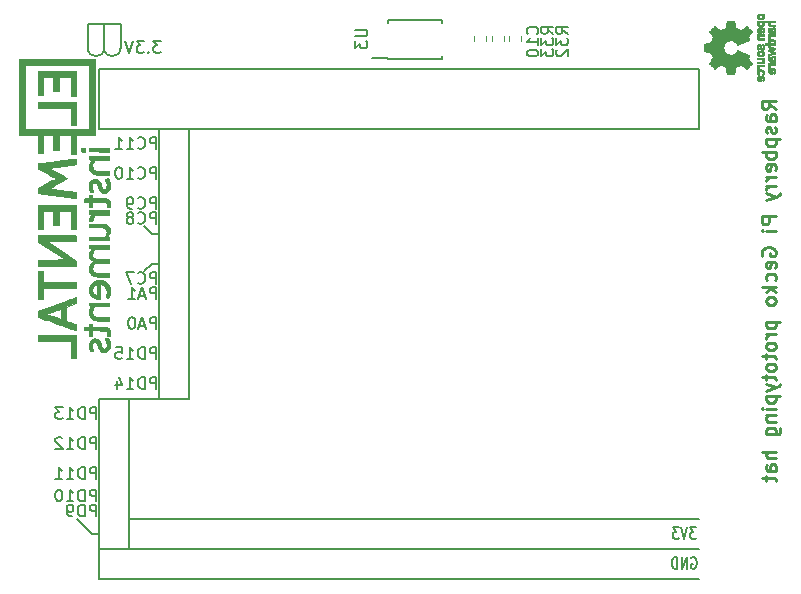
<source format=gbo>
G04 #@! TF.FileFunction,Legend,Bot*
%FSLAX46Y46*%
G04 Gerber Fmt 4.6, Leading zero omitted, Abs format (unit mm)*
G04 Created by KiCad (PCBNEW 4.0.7) date Tue Mar 13 09:57:10 2018*
%MOMM*%
%LPD*%
G01*
G04 APERTURE LIST*
%ADD10C,0.100000*%
%ADD11C,0.250000*%
%ADD12C,0.200000*%
%ADD13C,0.150000*%
%ADD14C,0.120000*%
%ADD15C,0.010000*%
G04 APERTURE END LIST*
D10*
D11*
X185542857Y-85971429D02*
X184971429Y-85571429D01*
X185542857Y-85285714D02*
X184342857Y-85285714D01*
X184342857Y-85742857D01*
X184400000Y-85857143D01*
X184457143Y-85914286D01*
X184571429Y-85971429D01*
X184742857Y-85971429D01*
X184857143Y-85914286D01*
X184914286Y-85857143D01*
X184971429Y-85742857D01*
X184971429Y-85285714D01*
X185542857Y-87000000D02*
X184914286Y-87000000D01*
X184800000Y-86942857D01*
X184742857Y-86828571D01*
X184742857Y-86600000D01*
X184800000Y-86485714D01*
X185485714Y-87000000D02*
X185542857Y-86885714D01*
X185542857Y-86600000D01*
X185485714Y-86485714D01*
X185371429Y-86428571D01*
X185257143Y-86428571D01*
X185142857Y-86485714D01*
X185085714Y-86600000D01*
X185085714Y-86885714D01*
X185028571Y-87000000D01*
X185485714Y-87514285D02*
X185542857Y-87628571D01*
X185542857Y-87857143D01*
X185485714Y-87971428D01*
X185371429Y-88028571D01*
X185314286Y-88028571D01*
X185200000Y-87971428D01*
X185142857Y-87857143D01*
X185142857Y-87685714D01*
X185085714Y-87571428D01*
X184971429Y-87514285D01*
X184914286Y-87514285D01*
X184800000Y-87571428D01*
X184742857Y-87685714D01*
X184742857Y-87857143D01*
X184800000Y-87971428D01*
X184742857Y-88542857D02*
X185942857Y-88542857D01*
X184800000Y-88542857D02*
X184742857Y-88657143D01*
X184742857Y-88885714D01*
X184800000Y-89000000D01*
X184857143Y-89057143D01*
X184971429Y-89114286D01*
X185314286Y-89114286D01*
X185428571Y-89057143D01*
X185485714Y-89000000D01*
X185542857Y-88885714D01*
X185542857Y-88657143D01*
X185485714Y-88542857D01*
X185542857Y-89628571D02*
X184342857Y-89628571D01*
X184800000Y-89628571D02*
X184742857Y-89742857D01*
X184742857Y-89971428D01*
X184800000Y-90085714D01*
X184857143Y-90142857D01*
X184971429Y-90200000D01*
X185314286Y-90200000D01*
X185428571Y-90142857D01*
X185485714Y-90085714D01*
X185542857Y-89971428D01*
X185542857Y-89742857D01*
X185485714Y-89628571D01*
X185485714Y-91171428D02*
X185542857Y-91057142D01*
X185542857Y-90828571D01*
X185485714Y-90714285D01*
X185371429Y-90657142D01*
X184914286Y-90657142D01*
X184800000Y-90714285D01*
X184742857Y-90828571D01*
X184742857Y-91057142D01*
X184800000Y-91171428D01*
X184914286Y-91228571D01*
X185028571Y-91228571D01*
X185142857Y-90657142D01*
X185542857Y-91742856D02*
X184742857Y-91742856D01*
X184971429Y-91742856D02*
X184857143Y-91799999D01*
X184800000Y-91857142D01*
X184742857Y-91971428D01*
X184742857Y-92085713D01*
X185542857Y-92485713D02*
X184742857Y-92485713D01*
X184971429Y-92485713D02*
X184857143Y-92542856D01*
X184800000Y-92599999D01*
X184742857Y-92714285D01*
X184742857Y-92828570D01*
X184742857Y-93114285D02*
X185542857Y-93399999D01*
X184742857Y-93685713D02*
X185542857Y-93399999D01*
X185828571Y-93285713D01*
X185885714Y-93228570D01*
X185942857Y-93114285D01*
X185542857Y-95057142D02*
X184342857Y-95057142D01*
X184342857Y-95514285D01*
X184400000Y-95628571D01*
X184457143Y-95685714D01*
X184571429Y-95742857D01*
X184742857Y-95742857D01*
X184857143Y-95685714D01*
X184914286Y-95628571D01*
X184971429Y-95514285D01*
X184971429Y-95057142D01*
X185542857Y-96257142D02*
X184742857Y-96257142D01*
X184342857Y-96257142D02*
X184400000Y-96199999D01*
X184457143Y-96257142D01*
X184400000Y-96314285D01*
X184342857Y-96257142D01*
X184457143Y-96257142D01*
X184400000Y-98371429D02*
X184342857Y-98257143D01*
X184342857Y-98085714D01*
X184400000Y-97914286D01*
X184514286Y-97800000D01*
X184628571Y-97742857D01*
X184857143Y-97685714D01*
X185028571Y-97685714D01*
X185257143Y-97742857D01*
X185371429Y-97800000D01*
X185485714Y-97914286D01*
X185542857Y-98085714D01*
X185542857Y-98200000D01*
X185485714Y-98371429D01*
X185428571Y-98428572D01*
X185028571Y-98428572D01*
X185028571Y-98200000D01*
X185485714Y-99400000D02*
X185542857Y-99285714D01*
X185542857Y-99057143D01*
X185485714Y-98942857D01*
X185371429Y-98885714D01*
X184914286Y-98885714D01*
X184800000Y-98942857D01*
X184742857Y-99057143D01*
X184742857Y-99285714D01*
X184800000Y-99400000D01*
X184914286Y-99457143D01*
X185028571Y-99457143D01*
X185142857Y-98885714D01*
X185485714Y-100485714D02*
X185542857Y-100371428D01*
X185542857Y-100142857D01*
X185485714Y-100028571D01*
X185428571Y-99971428D01*
X185314286Y-99914285D01*
X184971429Y-99914285D01*
X184857143Y-99971428D01*
X184800000Y-100028571D01*
X184742857Y-100142857D01*
X184742857Y-100371428D01*
X184800000Y-100485714D01*
X185542857Y-100999999D02*
X184342857Y-100999999D01*
X185085714Y-101114285D02*
X185542857Y-101457142D01*
X184742857Y-101457142D02*
X185200000Y-100999999D01*
X185542857Y-102142857D02*
X185485714Y-102028571D01*
X185428571Y-101971428D01*
X185314286Y-101914285D01*
X184971429Y-101914285D01*
X184857143Y-101971428D01*
X184800000Y-102028571D01*
X184742857Y-102142857D01*
X184742857Y-102314285D01*
X184800000Y-102428571D01*
X184857143Y-102485714D01*
X184971429Y-102542857D01*
X185314286Y-102542857D01*
X185428571Y-102485714D01*
X185485714Y-102428571D01*
X185542857Y-102314285D01*
X185542857Y-102142857D01*
X184742857Y-103971428D02*
X185942857Y-103971428D01*
X184800000Y-103971428D02*
X184742857Y-104085714D01*
X184742857Y-104314285D01*
X184800000Y-104428571D01*
X184857143Y-104485714D01*
X184971429Y-104542857D01*
X185314286Y-104542857D01*
X185428571Y-104485714D01*
X185485714Y-104428571D01*
X185542857Y-104314285D01*
X185542857Y-104085714D01*
X185485714Y-103971428D01*
X185542857Y-105057142D02*
X184742857Y-105057142D01*
X184971429Y-105057142D02*
X184857143Y-105114285D01*
X184800000Y-105171428D01*
X184742857Y-105285714D01*
X184742857Y-105399999D01*
X185542857Y-105971428D02*
X185485714Y-105857142D01*
X185428571Y-105799999D01*
X185314286Y-105742856D01*
X184971429Y-105742856D01*
X184857143Y-105799999D01*
X184800000Y-105857142D01*
X184742857Y-105971428D01*
X184742857Y-106142856D01*
X184800000Y-106257142D01*
X184857143Y-106314285D01*
X184971429Y-106371428D01*
X185314286Y-106371428D01*
X185428571Y-106314285D01*
X185485714Y-106257142D01*
X185542857Y-106142856D01*
X185542857Y-105971428D01*
X184742857Y-106714285D02*
X184742857Y-107171428D01*
X184342857Y-106885713D02*
X185371429Y-106885713D01*
X185485714Y-106942856D01*
X185542857Y-107057142D01*
X185542857Y-107171428D01*
X185542857Y-107742856D02*
X185485714Y-107628570D01*
X185428571Y-107571427D01*
X185314286Y-107514284D01*
X184971429Y-107514284D01*
X184857143Y-107571427D01*
X184800000Y-107628570D01*
X184742857Y-107742856D01*
X184742857Y-107914284D01*
X184800000Y-108028570D01*
X184857143Y-108085713D01*
X184971429Y-108142856D01*
X185314286Y-108142856D01*
X185428571Y-108085713D01*
X185485714Y-108028570D01*
X185542857Y-107914284D01*
X185542857Y-107742856D01*
X184742857Y-108485713D02*
X184742857Y-108942856D01*
X184342857Y-108657141D02*
X185371429Y-108657141D01*
X185485714Y-108714284D01*
X185542857Y-108828570D01*
X185542857Y-108942856D01*
X184742857Y-109228570D02*
X185542857Y-109514284D01*
X184742857Y-109799998D02*
X185542857Y-109514284D01*
X185828571Y-109399998D01*
X185885714Y-109342855D01*
X185942857Y-109228570D01*
X184742857Y-110257141D02*
X185942857Y-110257141D01*
X184800000Y-110257141D02*
X184742857Y-110371427D01*
X184742857Y-110599998D01*
X184800000Y-110714284D01*
X184857143Y-110771427D01*
X184971429Y-110828570D01*
X185314286Y-110828570D01*
X185428571Y-110771427D01*
X185485714Y-110714284D01*
X185542857Y-110599998D01*
X185542857Y-110371427D01*
X185485714Y-110257141D01*
X185542857Y-111342855D02*
X184742857Y-111342855D01*
X184342857Y-111342855D02*
X184400000Y-111285712D01*
X184457143Y-111342855D01*
X184400000Y-111399998D01*
X184342857Y-111342855D01*
X184457143Y-111342855D01*
X184742857Y-111914284D02*
X185542857Y-111914284D01*
X184857143Y-111914284D02*
X184800000Y-111971427D01*
X184742857Y-112085713D01*
X184742857Y-112257141D01*
X184800000Y-112371427D01*
X184914286Y-112428570D01*
X185542857Y-112428570D01*
X184742857Y-113514284D02*
X185714286Y-113514284D01*
X185828571Y-113457141D01*
X185885714Y-113399998D01*
X185942857Y-113285713D01*
X185942857Y-113114284D01*
X185885714Y-112999998D01*
X185485714Y-113514284D02*
X185542857Y-113399998D01*
X185542857Y-113171427D01*
X185485714Y-113057141D01*
X185428571Y-112999998D01*
X185314286Y-112942855D01*
X184971429Y-112942855D01*
X184857143Y-112999998D01*
X184800000Y-113057141D01*
X184742857Y-113171427D01*
X184742857Y-113399998D01*
X184800000Y-113514284D01*
X185542857Y-114999998D02*
X184342857Y-114999998D01*
X185542857Y-115514284D02*
X184914286Y-115514284D01*
X184800000Y-115457141D01*
X184742857Y-115342855D01*
X184742857Y-115171427D01*
X184800000Y-115057141D01*
X184857143Y-114999998D01*
X185542857Y-116599998D02*
X184914286Y-116599998D01*
X184800000Y-116542855D01*
X184742857Y-116428569D01*
X184742857Y-116199998D01*
X184800000Y-116085712D01*
X185485714Y-116599998D02*
X185542857Y-116485712D01*
X185542857Y-116199998D01*
X185485714Y-116085712D01*
X185371429Y-116028569D01*
X185257143Y-116028569D01*
X185142857Y-116085712D01*
X185085714Y-116199998D01*
X185085714Y-116485712D01*
X185028571Y-116599998D01*
X184742857Y-116999998D02*
X184742857Y-117457141D01*
X184342857Y-117171426D02*
X185371429Y-117171426D01*
X185485714Y-117228569D01*
X185542857Y-117342855D01*
X185542857Y-117457141D01*
D12*
X127635000Y-121920000D02*
X126365000Y-120650000D01*
X128270000Y-121920000D02*
X127635000Y-121920000D01*
X128031905Y-120467381D02*
X128031905Y-119467381D01*
X127650952Y-119467381D01*
X127555714Y-119515000D01*
X127508095Y-119562619D01*
X127460476Y-119657857D01*
X127460476Y-119800714D01*
X127508095Y-119895952D01*
X127555714Y-119943571D01*
X127650952Y-119991190D01*
X128031905Y-119991190D01*
X127031905Y-120467381D02*
X127031905Y-119467381D01*
X126793810Y-119467381D01*
X126650952Y-119515000D01*
X126555714Y-119610238D01*
X126508095Y-119705476D01*
X126460476Y-119895952D01*
X126460476Y-120038810D01*
X126508095Y-120229286D01*
X126555714Y-120324524D01*
X126650952Y-120419762D01*
X126793810Y-120467381D01*
X127031905Y-120467381D01*
X125984286Y-120467381D02*
X125793810Y-120467381D01*
X125698571Y-120419762D01*
X125650952Y-120372143D01*
X125555714Y-120229286D01*
X125508095Y-120038810D01*
X125508095Y-119657857D01*
X125555714Y-119562619D01*
X125603333Y-119515000D01*
X125698571Y-119467381D01*
X125889048Y-119467381D01*
X125984286Y-119515000D01*
X126031905Y-119562619D01*
X126079524Y-119657857D01*
X126079524Y-119895952D01*
X126031905Y-119991190D01*
X125984286Y-120038810D01*
X125889048Y-120086429D01*
X125698571Y-120086429D01*
X125603333Y-120038810D01*
X125555714Y-119991190D01*
X125508095Y-119895952D01*
X128031905Y-119197381D02*
X128031905Y-118197381D01*
X127650952Y-118197381D01*
X127555714Y-118245000D01*
X127508095Y-118292619D01*
X127460476Y-118387857D01*
X127460476Y-118530714D01*
X127508095Y-118625952D01*
X127555714Y-118673571D01*
X127650952Y-118721190D01*
X128031905Y-118721190D01*
X127031905Y-119197381D02*
X127031905Y-118197381D01*
X126793810Y-118197381D01*
X126650952Y-118245000D01*
X126555714Y-118340238D01*
X126508095Y-118435476D01*
X126460476Y-118625952D01*
X126460476Y-118768810D01*
X126508095Y-118959286D01*
X126555714Y-119054524D01*
X126650952Y-119149762D01*
X126793810Y-119197381D01*
X127031905Y-119197381D01*
X125508095Y-119197381D02*
X126079524Y-119197381D01*
X125793810Y-119197381D02*
X125793810Y-118197381D01*
X125889048Y-118340238D01*
X125984286Y-118435476D01*
X126079524Y-118483095D01*
X124889048Y-118197381D02*
X124793809Y-118197381D01*
X124698571Y-118245000D01*
X124650952Y-118292619D01*
X124603333Y-118387857D01*
X124555714Y-118578333D01*
X124555714Y-118816429D01*
X124603333Y-119006905D01*
X124650952Y-119102143D01*
X124698571Y-119149762D01*
X124793809Y-119197381D01*
X124889048Y-119197381D01*
X124984286Y-119149762D01*
X125031905Y-119102143D01*
X125079524Y-119006905D01*
X125127143Y-118816429D01*
X125127143Y-118578333D01*
X125079524Y-118387857D01*
X125031905Y-118292619D01*
X124984286Y-118245000D01*
X124889048Y-118197381D01*
X128031905Y-117292381D02*
X128031905Y-116292381D01*
X127650952Y-116292381D01*
X127555714Y-116340000D01*
X127508095Y-116387619D01*
X127460476Y-116482857D01*
X127460476Y-116625714D01*
X127508095Y-116720952D01*
X127555714Y-116768571D01*
X127650952Y-116816190D01*
X128031905Y-116816190D01*
X127031905Y-117292381D02*
X127031905Y-116292381D01*
X126793810Y-116292381D01*
X126650952Y-116340000D01*
X126555714Y-116435238D01*
X126508095Y-116530476D01*
X126460476Y-116720952D01*
X126460476Y-116863810D01*
X126508095Y-117054286D01*
X126555714Y-117149524D01*
X126650952Y-117244762D01*
X126793810Y-117292381D01*
X127031905Y-117292381D01*
X125508095Y-117292381D02*
X126079524Y-117292381D01*
X125793810Y-117292381D02*
X125793810Y-116292381D01*
X125889048Y-116435238D01*
X125984286Y-116530476D01*
X126079524Y-116578095D01*
X124555714Y-117292381D02*
X125127143Y-117292381D01*
X124841429Y-117292381D02*
X124841429Y-116292381D01*
X124936667Y-116435238D01*
X125031905Y-116530476D01*
X125127143Y-116578095D01*
X128031905Y-114752381D02*
X128031905Y-113752381D01*
X127650952Y-113752381D01*
X127555714Y-113800000D01*
X127508095Y-113847619D01*
X127460476Y-113942857D01*
X127460476Y-114085714D01*
X127508095Y-114180952D01*
X127555714Y-114228571D01*
X127650952Y-114276190D01*
X128031905Y-114276190D01*
X127031905Y-114752381D02*
X127031905Y-113752381D01*
X126793810Y-113752381D01*
X126650952Y-113800000D01*
X126555714Y-113895238D01*
X126508095Y-113990476D01*
X126460476Y-114180952D01*
X126460476Y-114323810D01*
X126508095Y-114514286D01*
X126555714Y-114609524D01*
X126650952Y-114704762D01*
X126793810Y-114752381D01*
X127031905Y-114752381D01*
X125508095Y-114752381D02*
X126079524Y-114752381D01*
X125793810Y-114752381D02*
X125793810Y-113752381D01*
X125889048Y-113895238D01*
X125984286Y-113990476D01*
X126079524Y-114038095D01*
X125127143Y-113847619D02*
X125079524Y-113800000D01*
X124984286Y-113752381D01*
X124746190Y-113752381D01*
X124650952Y-113800000D01*
X124603333Y-113847619D01*
X124555714Y-113942857D01*
X124555714Y-114038095D01*
X124603333Y-114180952D01*
X125174762Y-114752381D01*
X124555714Y-114752381D01*
X128031905Y-112212381D02*
X128031905Y-111212381D01*
X127650952Y-111212381D01*
X127555714Y-111260000D01*
X127508095Y-111307619D01*
X127460476Y-111402857D01*
X127460476Y-111545714D01*
X127508095Y-111640952D01*
X127555714Y-111688571D01*
X127650952Y-111736190D01*
X128031905Y-111736190D01*
X127031905Y-112212381D02*
X127031905Y-111212381D01*
X126793810Y-111212381D01*
X126650952Y-111260000D01*
X126555714Y-111355238D01*
X126508095Y-111450476D01*
X126460476Y-111640952D01*
X126460476Y-111783810D01*
X126508095Y-111974286D01*
X126555714Y-112069524D01*
X126650952Y-112164762D01*
X126793810Y-112212381D01*
X127031905Y-112212381D01*
X125508095Y-112212381D02*
X126079524Y-112212381D01*
X125793810Y-112212381D02*
X125793810Y-111212381D01*
X125889048Y-111355238D01*
X125984286Y-111450476D01*
X126079524Y-111498095D01*
X125174762Y-111212381D02*
X124555714Y-111212381D01*
X124889048Y-111593333D01*
X124746190Y-111593333D01*
X124650952Y-111640952D01*
X124603333Y-111688571D01*
X124555714Y-111783810D01*
X124555714Y-112021905D01*
X124603333Y-112117143D01*
X124650952Y-112164762D01*
X124746190Y-112212381D01*
X125031905Y-112212381D01*
X125127143Y-112164762D01*
X125174762Y-112117143D01*
X132715000Y-96520000D02*
X132080000Y-95885000D01*
X132715000Y-99060000D02*
X132080000Y-99695000D01*
X133350000Y-99060000D02*
X132715000Y-99060000D01*
X133350000Y-96520000D02*
X132715000Y-96520000D01*
X133111905Y-109672381D02*
X133111905Y-108672381D01*
X132730952Y-108672381D01*
X132635714Y-108720000D01*
X132588095Y-108767619D01*
X132540476Y-108862857D01*
X132540476Y-109005714D01*
X132588095Y-109100952D01*
X132635714Y-109148571D01*
X132730952Y-109196190D01*
X133111905Y-109196190D01*
X132111905Y-109672381D02*
X132111905Y-108672381D01*
X131873810Y-108672381D01*
X131730952Y-108720000D01*
X131635714Y-108815238D01*
X131588095Y-108910476D01*
X131540476Y-109100952D01*
X131540476Y-109243810D01*
X131588095Y-109434286D01*
X131635714Y-109529524D01*
X131730952Y-109624762D01*
X131873810Y-109672381D01*
X132111905Y-109672381D01*
X130588095Y-109672381D02*
X131159524Y-109672381D01*
X130873810Y-109672381D02*
X130873810Y-108672381D01*
X130969048Y-108815238D01*
X131064286Y-108910476D01*
X131159524Y-108958095D01*
X129730952Y-109005714D02*
X129730952Y-109672381D01*
X129969048Y-108624762D02*
X130207143Y-109339048D01*
X129588095Y-109339048D01*
X133111905Y-107132381D02*
X133111905Y-106132381D01*
X132730952Y-106132381D01*
X132635714Y-106180000D01*
X132588095Y-106227619D01*
X132540476Y-106322857D01*
X132540476Y-106465714D01*
X132588095Y-106560952D01*
X132635714Y-106608571D01*
X132730952Y-106656190D01*
X133111905Y-106656190D01*
X132111905Y-107132381D02*
X132111905Y-106132381D01*
X131873810Y-106132381D01*
X131730952Y-106180000D01*
X131635714Y-106275238D01*
X131588095Y-106370476D01*
X131540476Y-106560952D01*
X131540476Y-106703810D01*
X131588095Y-106894286D01*
X131635714Y-106989524D01*
X131730952Y-107084762D01*
X131873810Y-107132381D01*
X132111905Y-107132381D01*
X130588095Y-107132381D02*
X131159524Y-107132381D01*
X130873810Y-107132381D02*
X130873810Y-106132381D01*
X130969048Y-106275238D01*
X131064286Y-106370476D01*
X131159524Y-106418095D01*
X129683333Y-106132381D02*
X130159524Y-106132381D01*
X130207143Y-106608571D01*
X130159524Y-106560952D01*
X130064286Y-106513333D01*
X129826190Y-106513333D01*
X129730952Y-106560952D01*
X129683333Y-106608571D01*
X129635714Y-106703810D01*
X129635714Y-106941905D01*
X129683333Y-107037143D01*
X129730952Y-107084762D01*
X129826190Y-107132381D01*
X130064286Y-107132381D01*
X130159524Y-107084762D01*
X130207143Y-107037143D01*
X133111905Y-104592381D02*
X133111905Y-103592381D01*
X132730952Y-103592381D01*
X132635714Y-103640000D01*
X132588095Y-103687619D01*
X132540476Y-103782857D01*
X132540476Y-103925714D01*
X132588095Y-104020952D01*
X132635714Y-104068571D01*
X132730952Y-104116190D01*
X133111905Y-104116190D01*
X132159524Y-104306667D02*
X131683333Y-104306667D01*
X132254762Y-104592381D02*
X131921429Y-103592381D01*
X131588095Y-104592381D01*
X131064286Y-103592381D02*
X130969047Y-103592381D01*
X130873809Y-103640000D01*
X130826190Y-103687619D01*
X130778571Y-103782857D01*
X130730952Y-103973333D01*
X130730952Y-104211429D01*
X130778571Y-104401905D01*
X130826190Y-104497143D01*
X130873809Y-104544762D01*
X130969047Y-104592381D01*
X131064286Y-104592381D01*
X131159524Y-104544762D01*
X131207143Y-104497143D01*
X131254762Y-104401905D01*
X131302381Y-104211429D01*
X131302381Y-103973333D01*
X131254762Y-103782857D01*
X131207143Y-103687619D01*
X131159524Y-103640000D01*
X131064286Y-103592381D01*
X133111905Y-102052381D02*
X133111905Y-101052381D01*
X132730952Y-101052381D01*
X132635714Y-101100000D01*
X132588095Y-101147619D01*
X132540476Y-101242857D01*
X132540476Y-101385714D01*
X132588095Y-101480952D01*
X132635714Y-101528571D01*
X132730952Y-101576190D01*
X133111905Y-101576190D01*
X132159524Y-101766667D02*
X131683333Y-101766667D01*
X132254762Y-102052381D02*
X131921429Y-101052381D01*
X131588095Y-102052381D01*
X130730952Y-102052381D02*
X131302381Y-102052381D01*
X131016667Y-102052381D02*
X131016667Y-101052381D01*
X131111905Y-101195238D01*
X131207143Y-101290476D01*
X131302381Y-101338095D01*
X133111905Y-100782381D02*
X133111905Y-99782381D01*
X132730952Y-99782381D01*
X132635714Y-99830000D01*
X132588095Y-99877619D01*
X132540476Y-99972857D01*
X132540476Y-100115714D01*
X132588095Y-100210952D01*
X132635714Y-100258571D01*
X132730952Y-100306190D01*
X133111905Y-100306190D01*
X131540476Y-100687143D02*
X131588095Y-100734762D01*
X131730952Y-100782381D01*
X131826190Y-100782381D01*
X131969048Y-100734762D01*
X132064286Y-100639524D01*
X132111905Y-100544286D01*
X132159524Y-100353810D01*
X132159524Y-100210952D01*
X132111905Y-100020476D01*
X132064286Y-99925238D01*
X131969048Y-99830000D01*
X131826190Y-99782381D01*
X131730952Y-99782381D01*
X131588095Y-99830000D01*
X131540476Y-99877619D01*
X131207143Y-99782381D02*
X130540476Y-99782381D01*
X130969048Y-100782381D01*
X133111905Y-95702381D02*
X133111905Y-94702381D01*
X132730952Y-94702381D01*
X132635714Y-94750000D01*
X132588095Y-94797619D01*
X132540476Y-94892857D01*
X132540476Y-95035714D01*
X132588095Y-95130952D01*
X132635714Y-95178571D01*
X132730952Y-95226190D01*
X133111905Y-95226190D01*
X131540476Y-95607143D02*
X131588095Y-95654762D01*
X131730952Y-95702381D01*
X131826190Y-95702381D01*
X131969048Y-95654762D01*
X132064286Y-95559524D01*
X132111905Y-95464286D01*
X132159524Y-95273810D01*
X132159524Y-95130952D01*
X132111905Y-94940476D01*
X132064286Y-94845238D01*
X131969048Y-94750000D01*
X131826190Y-94702381D01*
X131730952Y-94702381D01*
X131588095Y-94750000D01*
X131540476Y-94797619D01*
X130969048Y-95130952D02*
X131064286Y-95083333D01*
X131111905Y-95035714D01*
X131159524Y-94940476D01*
X131159524Y-94892857D01*
X131111905Y-94797619D01*
X131064286Y-94750000D01*
X130969048Y-94702381D01*
X130778571Y-94702381D01*
X130683333Y-94750000D01*
X130635714Y-94797619D01*
X130588095Y-94892857D01*
X130588095Y-94940476D01*
X130635714Y-95035714D01*
X130683333Y-95083333D01*
X130778571Y-95130952D01*
X130969048Y-95130952D01*
X131064286Y-95178571D01*
X131111905Y-95226190D01*
X131159524Y-95321429D01*
X131159524Y-95511905D01*
X131111905Y-95607143D01*
X131064286Y-95654762D01*
X130969048Y-95702381D01*
X130778571Y-95702381D01*
X130683333Y-95654762D01*
X130635714Y-95607143D01*
X130588095Y-95511905D01*
X130588095Y-95321429D01*
X130635714Y-95226190D01*
X130683333Y-95178571D01*
X130778571Y-95130952D01*
X133111905Y-94432381D02*
X133111905Y-93432381D01*
X132730952Y-93432381D01*
X132635714Y-93480000D01*
X132588095Y-93527619D01*
X132540476Y-93622857D01*
X132540476Y-93765714D01*
X132588095Y-93860952D01*
X132635714Y-93908571D01*
X132730952Y-93956190D01*
X133111905Y-93956190D01*
X131540476Y-94337143D02*
X131588095Y-94384762D01*
X131730952Y-94432381D01*
X131826190Y-94432381D01*
X131969048Y-94384762D01*
X132064286Y-94289524D01*
X132111905Y-94194286D01*
X132159524Y-94003810D01*
X132159524Y-93860952D01*
X132111905Y-93670476D01*
X132064286Y-93575238D01*
X131969048Y-93480000D01*
X131826190Y-93432381D01*
X131730952Y-93432381D01*
X131588095Y-93480000D01*
X131540476Y-93527619D01*
X131064286Y-94432381D02*
X130873810Y-94432381D01*
X130778571Y-94384762D01*
X130730952Y-94337143D01*
X130635714Y-94194286D01*
X130588095Y-94003810D01*
X130588095Y-93622857D01*
X130635714Y-93527619D01*
X130683333Y-93480000D01*
X130778571Y-93432381D01*
X130969048Y-93432381D01*
X131064286Y-93480000D01*
X131111905Y-93527619D01*
X131159524Y-93622857D01*
X131159524Y-93860952D01*
X131111905Y-93956190D01*
X131064286Y-94003810D01*
X130969048Y-94051429D01*
X130778571Y-94051429D01*
X130683333Y-94003810D01*
X130635714Y-93956190D01*
X130588095Y-93860952D01*
X133111905Y-91892381D02*
X133111905Y-90892381D01*
X132730952Y-90892381D01*
X132635714Y-90940000D01*
X132588095Y-90987619D01*
X132540476Y-91082857D01*
X132540476Y-91225714D01*
X132588095Y-91320952D01*
X132635714Y-91368571D01*
X132730952Y-91416190D01*
X133111905Y-91416190D01*
X131540476Y-91797143D02*
X131588095Y-91844762D01*
X131730952Y-91892381D01*
X131826190Y-91892381D01*
X131969048Y-91844762D01*
X132064286Y-91749524D01*
X132111905Y-91654286D01*
X132159524Y-91463810D01*
X132159524Y-91320952D01*
X132111905Y-91130476D01*
X132064286Y-91035238D01*
X131969048Y-90940000D01*
X131826190Y-90892381D01*
X131730952Y-90892381D01*
X131588095Y-90940000D01*
X131540476Y-90987619D01*
X130588095Y-91892381D02*
X131159524Y-91892381D01*
X130873810Y-91892381D02*
X130873810Y-90892381D01*
X130969048Y-91035238D01*
X131064286Y-91130476D01*
X131159524Y-91178095D01*
X129969048Y-90892381D02*
X129873809Y-90892381D01*
X129778571Y-90940000D01*
X129730952Y-90987619D01*
X129683333Y-91082857D01*
X129635714Y-91273333D01*
X129635714Y-91511429D01*
X129683333Y-91701905D01*
X129730952Y-91797143D01*
X129778571Y-91844762D01*
X129873809Y-91892381D01*
X129969048Y-91892381D01*
X130064286Y-91844762D01*
X130111905Y-91797143D01*
X130159524Y-91701905D01*
X130207143Y-91511429D01*
X130207143Y-91273333D01*
X130159524Y-91082857D01*
X130111905Y-90987619D01*
X130064286Y-90940000D01*
X129969048Y-90892381D01*
X133111905Y-89352381D02*
X133111905Y-88352381D01*
X132730952Y-88352381D01*
X132635714Y-88400000D01*
X132588095Y-88447619D01*
X132540476Y-88542857D01*
X132540476Y-88685714D01*
X132588095Y-88780952D01*
X132635714Y-88828571D01*
X132730952Y-88876190D01*
X133111905Y-88876190D01*
X131540476Y-89257143D02*
X131588095Y-89304762D01*
X131730952Y-89352381D01*
X131826190Y-89352381D01*
X131969048Y-89304762D01*
X132064286Y-89209524D01*
X132111905Y-89114286D01*
X132159524Y-88923810D01*
X132159524Y-88780952D01*
X132111905Y-88590476D01*
X132064286Y-88495238D01*
X131969048Y-88400000D01*
X131826190Y-88352381D01*
X131730952Y-88352381D01*
X131588095Y-88400000D01*
X131540476Y-88447619D01*
X130588095Y-89352381D02*
X131159524Y-89352381D01*
X130873810Y-89352381D02*
X130873810Y-88352381D01*
X130969048Y-88495238D01*
X131064286Y-88590476D01*
X131159524Y-88638095D01*
X129635714Y-89352381D02*
X130207143Y-89352381D01*
X129921429Y-89352381D02*
X129921429Y-88352381D01*
X130016667Y-88495238D01*
X130111905Y-88590476D01*
X130207143Y-88638095D01*
X133476190Y-80202381D02*
X132857142Y-80202381D01*
X133190476Y-80583333D01*
X133047618Y-80583333D01*
X132952380Y-80630952D01*
X132904761Y-80678571D01*
X132857142Y-80773810D01*
X132857142Y-81011905D01*
X132904761Y-81107143D01*
X132952380Y-81154762D01*
X133047618Y-81202381D01*
X133333333Y-81202381D01*
X133428571Y-81154762D01*
X133476190Y-81107143D01*
X132428571Y-81107143D02*
X132380952Y-81154762D01*
X132428571Y-81202381D01*
X132476190Y-81154762D01*
X132428571Y-81107143D01*
X132428571Y-81202381D01*
X132047619Y-80202381D02*
X131428571Y-80202381D01*
X131761905Y-80583333D01*
X131619047Y-80583333D01*
X131523809Y-80630952D01*
X131476190Y-80678571D01*
X131428571Y-80773810D01*
X131428571Y-81011905D01*
X131476190Y-81107143D01*
X131523809Y-81154762D01*
X131619047Y-81202381D01*
X131904762Y-81202381D01*
X132000000Y-81154762D01*
X132047619Y-81107143D01*
X131142857Y-80202381D02*
X130809524Y-81202381D01*
X130476190Y-80202381D01*
D13*
X152675000Y-81720000D02*
X152675000Y-81620000D01*
X157325000Y-81720000D02*
X157325000Y-81520000D01*
X157325000Y-78470000D02*
X157325000Y-78670000D01*
X152675000Y-78470000D02*
X152675000Y-78670000D01*
X152675000Y-81720000D02*
X157325000Y-81720000D01*
X152675000Y-78470000D02*
X157325000Y-78470000D01*
X152675000Y-81620000D02*
X151325000Y-81620000D01*
X128700000Y-80800000D02*
G75*
G02X127300000Y-80800000I-700000J0D01*
G01*
X128700000Y-78800000D02*
X127300000Y-78800000D01*
X127300000Y-78800000D02*
X127300000Y-80800000D01*
X128700000Y-80800000D02*
X128700000Y-78800000D01*
X130069060Y-80800000D02*
G75*
G02X128669060Y-80800000I-700000J0D01*
G01*
X130069060Y-78800000D02*
X128669060Y-78800000D01*
X128669060Y-78800000D02*
X128669060Y-80800000D01*
X130069060Y-80800000D02*
X130069060Y-78800000D01*
D14*
X162990000Y-79780000D02*
X162990000Y-80220000D01*
X164010000Y-79780000D02*
X164010000Y-80220000D01*
X161490000Y-79780000D02*
X161490000Y-80220000D01*
X162510000Y-79780000D02*
X162510000Y-80220000D01*
D12*
X130810000Y-110490000D02*
X130810000Y-120650000D01*
X128270000Y-110490000D02*
X128270000Y-123190000D01*
X133350000Y-110490000D02*
X128270000Y-110490000D01*
X135890000Y-110490000D02*
X135890000Y-87630000D01*
X133350000Y-110490000D02*
X135890000Y-110490000D01*
X133350000Y-87630000D02*
X133350000Y-110490000D01*
X128270000Y-125730000D02*
X179070000Y-125730000D01*
X128270000Y-123190000D02*
X128270000Y-125730000D01*
X130810000Y-123190000D02*
X128270000Y-123190000D01*
X130810000Y-123190000D02*
X179070000Y-123190000D01*
X130810000Y-120650000D02*
X130810000Y-123190000D01*
X130810000Y-120650000D02*
X179070000Y-120650000D01*
X179070000Y-82550000D02*
X128270000Y-82550000D01*
X179070000Y-87630000D02*
X179070000Y-82550000D01*
X128270000Y-87630000D02*
X179070000Y-87630000D01*
X128270000Y-82550000D02*
X128270000Y-87630000D01*
D15*
G36*
X183969184Y-78841241D02*
X183982282Y-78867753D01*
X184005106Y-78900447D01*
X184029996Y-78924275D01*
X184061249Y-78940594D01*
X184103166Y-78950760D01*
X184160044Y-78956128D01*
X184236184Y-78958056D01*
X184268917Y-78958169D01*
X184340656Y-78957839D01*
X184391927Y-78956473D01*
X184427404Y-78953500D01*
X184451763Y-78948351D01*
X184469680Y-78940457D01*
X184481902Y-78932243D01*
X184533905Y-78879813D01*
X184565184Y-78818070D01*
X184574592Y-78751464D01*
X184560980Y-78684442D01*
X184551354Y-78663208D01*
X184524859Y-78612376D01*
X184940052Y-78612376D01*
X184920868Y-78649475D01*
X184906025Y-78698357D01*
X184902222Y-78758439D01*
X184909243Y-78818436D01*
X184925013Y-78863744D01*
X184955047Y-78901325D01*
X184998024Y-78933436D01*
X185002436Y-78935850D01*
X185023221Y-78946033D01*
X185044170Y-78953470D01*
X185069548Y-78958589D01*
X185103618Y-78961819D01*
X185150641Y-78963587D01*
X185214882Y-78964323D01*
X185287176Y-78964456D01*
X185517822Y-78964456D01*
X185517822Y-78826139D01*
X185092533Y-78826139D01*
X185059979Y-78787451D01*
X185033940Y-78747262D01*
X185029205Y-78709203D01*
X185041389Y-78670934D01*
X185053320Y-78650538D01*
X185070313Y-78635358D01*
X185095995Y-78624562D01*
X185133991Y-78617317D01*
X185187926Y-78612792D01*
X185261425Y-78610156D01*
X185310347Y-78609228D01*
X185511535Y-78606089D01*
X185515336Y-78540074D01*
X185519136Y-78474060D01*
X184270650Y-78474060D01*
X184270650Y-78612376D01*
X184340254Y-78615903D01*
X184388569Y-78627785D01*
X184418631Y-78649980D01*
X184433471Y-78684441D01*
X184436436Y-78719258D01*
X184433028Y-78758671D01*
X184419617Y-78784829D01*
X184401896Y-78801186D01*
X184382835Y-78814063D01*
X184361601Y-78821728D01*
X184331849Y-78825139D01*
X184287236Y-78825251D01*
X184249880Y-78824103D01*
X184193604Y-78821468D01*
X184156658Y-78817544D01*
X184133223Y-78810937D01*
X184117480Y-78800251D01*
X184108380Y-78790167D01*
X184088537Y-78748030D01*
X184085332Y-78698160D01*
X184092168Y-78669524D01*
X184116464Y-78641172D01*
X184163728Y-78622391D01*
X184233624Y-78613288D01*
X184270650Y-78612376D01*
X184270650Y-78474060D01*
X183958614Y-78474060D01*
X183958614Y-78543218D01*
X183960256Y-78584740D01*
X183966087Y-78606162D01*
X183977461Y-78612374D01*
X183977798Y-78612376D01*
X183988938Y-78615258D01*
X183987673Y-78627970D01*
X183975433Y-78653243D01*
X183956707Y-78712131D01*
X183954739Y-78778385D01*
X183969184Y-78841241D01*
X183969184Y-78841241D01*
G37*
X183969184Y-78841241D02*
X183982282Y-78867753D01*
X184005106Y-78900447D01*
X184029996Y-78924275D01*
X184061249Y-78940594D01*
X184103166Y-78950760D01*
X184160044Y-78956128D01*
X184236184Y-78958056D01*
X184268917Y-78958169D01*
X184340656Y-78957839D01*
X184391927Y-78956473D01*
X184427404Y-78953500D01*
X184451763Y-78948351D01*
X184469680Y-78940457D01*
X184481902Y-78932243D01*
X184533905Y-78879813D01*
X184565184Y-78818070D01*
X184574592Y-78751464D01*
X184560980Y-78684442D01*
X184551354Y-78663208D01*
X184524859Y-78612376D01*
X184940052Y-78612376D01*
X184920868Y-78649475D01*
X184906025Y-78698357D01*
X184902222Y-78758439D01*
X184909243Y-78818436D01*
X184925013Y-78863744D01*
X184955047Y-78901325D01*
X184998024Y-78933436D01*
X185002436Y-78935850D01*
X185023221Y-78946033D01*
X185044170Y-78953470D01*
X185069548Y-78958589D01*
X185103618Y-78961819D01*
X185150641Y-78963587D01*
X185214882Y-78964323D01*
X185287176Y-78964456D01*
X185517822Y-78964456D01*
X185517822Y-78826139D01*
X185092533Y-78826139D01*
X185059979Y-78787451D01*
X185033940Y-78747262D01*
X185029205Y-78709203D01*
X185041389Y-78670934D01*
X185053320Y-78650538D01*
X185070313Y-78635358D01*
X185095995Y-78624562D01*
X185133991Y-78617317D01*
X185187926Y-78612792D01*
X185261425Y-78610156D01*
X185310347Y-78609228D01*
X185511535Y-78606089D01*
X185515336Y-78540074D01*
X185519136Y-78474060D01*
X184270650Y-78474060D01*
X184270650Y-78612376D01*
X184340254Y-78615903D01*
X184388569Y-78627785D01*
X184418631Y-78649980D01*
X184433471Y-78684441D01*
X184436436Y-78719258D01*
X184433028Y-78758671D01*
X184419617Y-78784829D01*
X184401896Y-78801186D01*
X184382835Y-78814063D01*
X184361601Y-78821728D01*
X184331849Y-78825139D01*
X184287236Y-78825251D01*
X184249880Y-78824103D01*
X184193604Y-78821468D01*
X184156658Y-78817544D01*
X184133223Y-78810937D01*
X184117480Y-78800251D01*
X184108380Y-78790167D01*
X184088537Y-78748030D01*
X184085332Y-78698160D01*
X184092168Y-78669524D01*
X184116464Y-78641172D01*
X184163728Y-78622391D01*
X184233624Y-78613288D01*
X184270650Y-78612376D01*
X184270650Y-78474060D01*
X183958614Y-78474060D01*
X183958614Y-78543218D01*
X183960256Y-78584740D01*
X183966087Y-78606162D01*
X183977461Y-78612374D01*
X183977798Y-78612376D01*
X183988938Y-78615258D01*
X183987673Y-78627970D01*
X183975433Y-78653243D01*
X183956707Y-78712131D01*
X183954739Y-78778385D01*
X183969184Y-78841241D01*
G36*
X184906555Y-79365790D02*
X184922339Y-79424945D01*
X184950948Y-79469977D01*
X184988419Y-79501754D01*
X185004411Y-79511634D01*
X185021163Y-79518927D01*
X185042592Y-79524026D01*
X185072616Y-79527321D01*
X185115154Y-79529203D01*
X185174122Y-79530063D01*
X185253440Y-79530293D01*
X185274484Y-79530297D01*
X185517822Y-79530297D01*
X185517822Y-79469941D01*
X185515126Y-79431443D01*
X185508295Y-79402977D01*
X185504083Y-79395845D01*
X185496813Y-79376348D01*
X185504083Y-79356434D01*
X185513160Y-79323647D01*
X185516813Y-79276022D01*
X185515228Y-79223236D01*
X185508589Y-79174964D01*
X185500072Y-79146782D01*
X185465063Y-79092247D01*
X185416479Y-79058165D01*
X185351882Y-79042843D01*
X185350223Y-79042701D01*
X185321566Y-79044045D01*
X185321566Y-79165644D01*
X185354161Y-79176274D01*
X185372505Y-79193590D01*
X185386379Y-79228348D01*
X185391917Y-79274227D01*
X185389191Y-79321012D01*
X185378274Y-79358486D01*
X185371269Y-79368985D01*
X185338904Y-79387332D01*
X185302111Y-79391980D01*
X185253763Y-79391980D01*
X185253763Y-79322418D01*
X185258850Y-79256333D01*
X185273263Y-79206236D01*
X185295729Y-79175071D01*
X185321566Y-79165644D01*
X185321566Y-79044045D01*
X185279647Y-79046013D01*
X185223845Y-79069290D01*
X185181647Y-79113052D01*
X185177808Y-79119101D01*
X185165309Y-79145093D01*
X185157740Y-79177265D01*
X185154061Y-79222240D01*
X185153216Y-79275669D01*
X185153169Y-79391980D01*
X185104411Y-79391980D01*
X185066581Y-79387047D01*
X185041236Y-79374457D01*
X185039887Y-79372983D01*
X185028800Y-79344966D01*
X185024503Y-79302674D01*
X185026615Y-79255936D01*
X185034756Y-79214582D01*
X185046965Y-79190043D01*
X185056746Y-79176747D01*
X185058613Y-79162706D01*
X185050600Y-79143329D01*
X185030739Y-79114024D01*
X184997063Y-79070197D01*
X184993909Y-79066175D01*
X184982236Y-79068236D01*
X184962822Y-79085432D01*
X184941248Y-79111567D01*
X184923096Y-79140448D01*
X184918809Y-79149522D01*
X184910256Y-79182620D01*
X184904155Y-79231120D01*
X184901708Y-79285305D01*
X184901703Y-79287839D01*
X184906555Y-79365790D01*
X184906555Y-79365790D01*
G37*
X184906555Y-79365790D02*
X184922339Y-79424945D01*
X184950948Y-79469977D01*
X184988419Y-79501754D01*
X185004411Y-79511634D01*
X185021163Y-79518927D01*
X185042592Y-79524026D01*
X185072616Y-79527321D01*
X185115154Y-79529203D01*
X185174122Y-79530063D01*
X185253440Y-79530293D01*
X185274484Y-79530297D01*
X185517822Y-79530297D01*
X185517822Y-79469941D01*
X185515126Y-79431443D01*
X185508295Y-79402977D01*
X185504083Y-79395845D01*
X185496813Y-79376348D01*
X185504083Y-79356434D01*
X185513160Y-79323647D01*
X185516813Y-79276022D01*
X185515228Y-79223236D01*
X185508589Y-79174964D01*
X185500072Y-79146782D01*
X185465063Y-79092247D01*
X185416479Y-79058165D01*
X185351882Y-79042843D01*
X185350223Y-79042701D01*
X185321566Y-79044045D01*
X185321566Y-79165644D01*
X185354161Y-79176274D01*
X185372505Y-79193590D01*
X185386379Y-79228348D01*
X185391917Y-79274227D01*
X185389191Y-79321012D01*
X185378274Y-79358486D01*
X185371269Y-79368985D01*
X185338904Y-79387332D01*
X185302111Y-79391980D01*
X185253763Y-79391980D01*
X185253763Y-79322418D01*
X185258850Y-79256333D01*
X185273263Y-79206236D01*
X185295729Y-79175071D01*
X185321566Y-79165644D01*
X185321566Y-79044045D01*
X185279647Y-79046013D01*
X185223845Y-79069290D01*
X185181647Y-79113052D01*
X185177808Y-79119101D01*
X185165309Y-79145093D01*
X185157740Y-79177265D01*
X185154061Y-79222240D01*
X185153216Y-79275669D01*
X185153169Y-79391980D01*
X185104411Y-79391980D01*
X185066581Y-79387047D01*
X185041236Y-79374457D01*
X185039887Y-79372983D01*
X185028800Y-79344966D01*
X185024503Y-79302674D01*
X185026615Y-79255936D01*
X185034756Y-79214582D01*
X185046965Y-79190043D01*
X185056746Y-79176747D01*
X185058613Y-79162706D01*
X185050600Y-79143329D01*
X185030739Y-79114024D01*
X184997063Y-79070197D01*
X184993909Y-79066175D01*
X184982236Y-79068236D01*
X184962822Y-79085432D01*
X184941248Y-79111567D01*
X184923096Y-79140448D01*
X184918809Y-79149522D01*
X184910256Y-79182620D01*
X184904155Y-79231120D01*
X184901708Y-79285305D01*
X184901703Y-79287839D01*
X184906555Y-79365790D01*
G36*
X184903020Y-79756644D02*
X184908660Y-79775461D01*
X184921053Y-79781527D01*
X184926647Y-79781782D01*
X184942230Y-79782871D01*
X184944676Y-79790368D01*
X184933993Y-79810619D01*
X184926694Y-79822649D01*
X184911063Y-79860600D01*
X184903334Y-79905928D01*
X184902740Y-79953456D01*
X184908513Y-79998005D01*
X184919884Y-80034398D01*
X184936088Y-80057457D01*
X184956355Y-80062004D01*
X184961843Y-80059709D01*
X184984626Y-80042980D01*
X185012647Y-80017037D01*
X185017177Y-80012345D01*
X185038005Y-79987617D01*
X185044735Y-79966282D01*
X185040038Y-79936445D01*
X185036917Y-79924492D01*
X185029421Y-79887295D01*
X185032792Y-79861141D01*
X185044681Y-79839054D01*
X185060635Y-79818822D01*
X185080700Y-79803921D01*
X185108702Y-79793566D01*
X185148467Y-79786971D01*
X185203823Y-79783351D01*
X185278594Y-79781922D01*
X185323740Y-79781782D01*
X185517822Y-79781782D01*
X185517822Y-79656040D01*
X184901683Y-79656040D01*
X184901683Y-79718911D01*
X184903020Y-79756644D01*
X184903020Y-79756644D01*
G37*
X184903020Y-79756644D02*
X184908660Y-79775461D01*
X184921053Y-79781527D01*
X184926647Y-79781782D01*
X184942230Y-79782871D01*
X184944676Y-79790368D01*
X184933993Y-79810619D01*
X184926694Y-79822649D01*
X184911063Y-79860600D01*
X184903334Y-79905928D01*
X184902740Y-79953456D01*
X184908513Y-79998005D01*
X184919884Y-80034398D01*
X184936088Y-80057457D01*
X184956355Y-80062004D01*
X184961843Y-80059709D01*
X184984626Y-80042980D01*
X185012647Y-80017037D01*
X185017177Y-80012345D01*
X185038005Y-79987617D01*
X185044735Y-79966282D01*
X185040038Y-79936445D01*
X185036917Y-79924492D01*
X185029421Y-79887295D01*
X185032792Y-79861141D01*
X185044681Y-79839054D01*
X185060635Y-79818822D01*
X185080700Y-79803921D01*
X185108702Y-79793566D01*
X185148467Y-79786971D01*
X185203823Y-79783351D01*
X185278594Y-79781922D01*
X185323740Y-79781782D01*
X185517822Y-79781782D01*
X185517822Y-79656040D01*
X184901683Y-79656040D01*
X184901683Y-79718911D01*
X184903020Y-79756644D01*
G36*
X185517822Y-80548812D02*
X185517822Y-80479654D01*
X185516645Y-80439512D01*
X185511772Y-80418606D01*
X185501186Y-80411078D01*
X185494029Y-80410495D01*
X185479676Y-80409226D01*
X185476923Y-80401221D01*
X185485771Y-80380185D01*
X185494029Y-80363827D01*
X185513597Y-80301023D01*
X185514729Y-80232752D01*
X185500135Y-80177248D01*
X185464877Y-80125562D01*
X185412835Y-80086162D01*
X185351450Y-80064587D01*
X185348018Y-80064038D01*
X185310571Y-80060833D01*
X185256813Y-80059239D01*
X185216155Y-80059367D01*
X185216155Y-80196721D01*
X185270194Y-80199903D01*
X185314735Y-80207141D01*
X185339888Y-80216940D01*
X185374260Y-80254011D01*
X185386582Y-80298026D01*
X185376618Y-80343416D01*
X185346895Y-80382203D01*
X185326905Y-80396892D01*
X185303050Y-80405481D01*
X185268230Y-80409504D01*
X185215930Y-80410495D01*
X185164139Y-80408722D01*
X185118634Y-80404037D01*
X185088181Y-80397397D01*
X185085452Y-80396290D01*
X185053000Y-80369509D01*
X185035183Y-80330421D01*
X185032306Y-80286685D01*
X185044674Y-80245962D01*
X185072593Y-80215913D01*
X185078148Y-80212796D01*
X185112022Y-80203039D01*
X185160728Y-80197723D01*
X185216155Y-80196721D01*
X185216155Y-80059367D01*
X185195540Y-80059432D01*
X185162563Y-80060336D01*
X185080981Y-80066486D01*
X185019730Y-80079267D01*
X184974449Y-80100529D01*
X184940779Y-80132122D01*
X184921014Y-80162793D01*
X184907120Y-80205646D01*
X184902354Y-80258944D01*
X184906236Y-80313520D01*
X184918282Y-80360208D01*
X184932693Y-80384876D01*
X184955878Y-80410495D01*
X184662773Y-80410495D01*
X184662773Y-80548812D01*
X185517822Y-80548812D01*
X185517822Y-80548812D01*
G37*
X185517822Y-80548812D02*
X185517822Y-80479654D01*
X185516645Y-80439512D01*
X185511772Y-80418606D01*
X185501186Y-80411078D01*
X185494029Y-80410495D01*
X185479676Y-80409226D01*
X185476923Y-80401221D01*
X185485771Y-80380185D01*
X185494029Y-80363827D01*
X185513597Y-80301023D01*
X185514729Y-80232752D01*
X185500135Y-80177248D01*
X185464877Y-80125562D01*
X185412835Y-80086162D01*
X185351450Y-80064587D01*
X185348018Y-80064038D01*
X185310571Y-80060833D01*
X185256813Y-80059239D01*
X185216155Y-80059367D01*
X185216155Y-80196721D01*
X185270194Y-80199903D01*
X185314735Y-80207141D01*
X185339888Y-80216940D01*
X185374260Y-80254011D01*
X185386582Y-80298026D01*
X185376618Y-80343416D01*
X185346895Y-80382203D01*
X185326905Y-80396892D01*
X185303050Y-80405481D01*
X185268230Y-80409504D01*
X185215930Y-80410495D01*
X185164139Y-80408722D01*
X185118634Y-80404037D01*
X185088181Y-80397397D01*
X185085452Y-80396290D01*
X185053000Y-80369509D01*
X185035183Y-80330421D01*
X185032306Y-80286685D01*
X185044674Y-80245962D01*
X185072593Y-80215913D01*
X185078148Y-80212796D01*
X185112022Y-80203039D01*
X185160728Y-80197723D01*
X185216155Y-80196721D01*
X185216155Y-80059367D01*
X185195540Y-80059432D01*
X185162563Y-80060336D01*
X185080981Y-80066486D01*
X185019730Y-80079267D01*
X184974449Y-80100529D01*
X184940779Y-80132122D01*
X184921014Y-80162793D01*
X184907120Y-80205646D01*
X184902354Y-80258944D01*
X184906236Y-80313520D01*
X184918282Y-80360208D01*
X184932693Y-80384876D01*
X184955878Y-80410495D01*
X184662773Y-80410495D01*
X184662773Y-80548812D01*
X185517822Y-80548812D01*
G36*
X184904237Y-81031524D02*
X184907971Y-81081255D01*
X185297773Y-81211291D01*
X185228614Y-81231678D01*
X185185874Y-81243946D01*
X185128115Y-81260085D01*
X185064625Y-81277512D01*
X185030570Y-81286726D01*
X184901683Y-81321388D01*
X184901683Y-81464391D01*
X185036857Y-81421646D01*
X185103342Y-81400596D01*
X185183539Y-81375167D01*
X185267193Y-81348610D01*
X185341782Y-81324902D01*
X185511535Y-81270902D01*
X185515328Y-81212598D01*
X185519122Y-81154295D01*
X185414734Y-81122679D01*
X185349889Y-81103182D01*
X185278400Y-81081904D01*
X185215263Y-81063308D01*
X185212750Y-81062574D01*
X185169969Y-81048684D01*
X185140779Y-81036429D01*
X185129741Y-81027846D01*
X185131018Y-81026082D01*
X185148130Y-81019891D01*
X185184787Y-81008128D01*
X185236378Y-80992225D01*
X185298294Y-80973614D01*
X185332352Y-80963543D01*
X185517822Y-80909007D01*
X185517822Y-80793264D01*
X185225471Y-80700737D01*
X185143462Y-80674744D01*
X185068987Y-80651066D01*
X185005544Y-80630820D01*
X184956632Y-80615126D01*
X184925749Y-80605102D01*
X184916726Y-80602055D01*
X184907487Y-80604467D01*
X184903441Y-80623408D01*
X184903846Y-80662823D01*
X184904152Y-80668993D01*
X184907971Y-80742086D01*
X185084010Y-80789957D01*
X185148211Y-80807553D01*
X185204649Y-80823277D01*
X185248422Y-80835746D01*
X185274630Y-80843574D01*
X185278903Y-80845020D01*
X185273990Y-80851014D01*
X185248532Y-80863101D01*
X185205997Y-80879893D01*
X185149850Y-80900003D01*
X185099130Y-80917003D01*
X184900504Y-80981794D01*
X184904237Y-81031524D01*
X184904237Y-81031524D01*
G37*
X184904237Y-81031524D02*
X184907971Y-81081255D01*
X185297773Y-81211291D01*
X185228614Y-81231678D01*
X185185874Y-81243946D01*
X185128115Y-81260085D01*
X185064625Y-81277512D01*
X185030570Y-81286726D01*
X184901683Y-81321388D01*
X184901683Y-81464391D01*
X185036857Y-81421646D01*
X185103342Y-81400596D01*
X185183539Y-81375167D01*
X185267193Y-81348610D01*
X185341782Y-81324902D01*
X185511535Y-81270902D01*
X185515328Y-81212598D01*
X185519122Y-81154295D01*
X185414734Y-81122679D01*
X185349889Y-81103182D01*
X185278400Y-81081904D01*
X185215263Y-81063308D01*
X185212750Y-81062574D01*
X185169969Y-81048684D01*
X185140779Y-81036429D01*
X185129741Y-81027846D01*
X185131018Y-81026082D01*
X185148130Y-81019891D01*
X185184787Y-81008128D01*
X185236378Y-80992225D01*
X185298294Y-80973614D01*
X185332352Y-80963543D01*
X185517822Y-80909007D01*
X185517822Y-80793264D01*
X185225471Y-80700737D01*
X185143462Y-80674744D01*
X185068987Y-80651066D01*
X185005544Y-80630820D01*
X184956632Y-80615126D01*
X184925749Y-80605102D01*
X184916726Y-80602055D01*
X184907487Y-80604467D01*
X184903441Y-80623408D01*
X184903846Y-80662823D01*
X184904152Y-80668993D01*
X184907971Y-80742086D01*
X185084010Y-80789957D01*
X185148211Y-80807553D01*
X185204649Y-80823277D01*
X185248422Y-80835746D01*
X185274630Y-80843574D01*
X185278903Y-80845020D01*
X185273990Y-80851014D01*
X185248532Y-80863101D01*
X185205997Y-80879893D01*
X185149850Y-80900003D01*
X185099130Y-80917003D01*
X184900504Y-80981794D01*
X184904237Y-81031524D01*
G36*
X184905417Y-81788411D02*
X184918290Y-81841411D01*
X184925110Y-81856731D01*
X184942974Y-81886428D01*
X184963093Y-81909220D01*
X184988962Y-81926083D01*
X185024073Y-81937998D01*
X185071920Y-81945942D01*
X185135996Y-81950894D01*
X185219794Y-81953831D01*
X185275768Y-81954947D01*
X185517822Y-81959052D01*
X185517822Y-81888932D01*
X185516038Y-81846393D01*
X185509942Y-81824476D01*
X185499706Y-81818812D01*
X185488637Y-81815821D01*
X185490754Y-81802451D01*
X185499629Y-81784233D01*
X185513233Y-81738624D01*
X185516899Y-81680007D01*
X185510903Y-81618354D01*
X185495521Y-81563638D01*
X185493386Y-81558730D01*
X185458255Y-81508723D01*
X185409419Y-81475756D01*
X185352333Y-81460587D01*
X185331824Y-81461746D01*
X185331824Y-81585508D01*
X185359425Y-81596413D01*
X185379204Y-81628745D01*
X185389819Y-81680910D01*
X185391228Y-81708787D01*
X185387620Y-81755247D01*
X185373597Y-81786129D01*
X185366931Y-81793664D01*
X185330666Y-81814076D01*
X185297773Y-81818812D01*
X185253763Y-81818812D01*
X185253763Y-81757513D01*
X185257395Y-81686256D01*
X185268818Y-81636276D01*
X185288824Y-81604696D01*
X185297743Y-81597626D01*
X185331824Y-81585508D01*
X185331824Y-81461746D01*
X185292456Y-81463971D01*
X185235244Y-81486663D01*
X185196580Y-81517624D01*
X185179864Y-81536376D01*
X185168878Y-81554733D01*
X185162180Y-81578619D01*
X185158326Y-81613957D01*
X185155873Y-81666669D01*
X185155168Y-81687577D01*
X185150879Y-81818812D01*
X185111158Y-81818620D01*
X185069405Y-81813537D01*
X185044158Y-81795162D01*
X185028030Y-81758039D01*
X185027742Y-81757043D01*
X185021400Y-81704410D01*
X185029684Y-81652906D01*
X185049827Y-81614630D01*
X185059773Y-81599272D01*
X185058397Y-81582730D01*
X185043987Y-81557275D01*
X185033817Y-81542328D01*
X185012088Y-81513091D01*
X184995800Y-81494980D01*
X184991137Y-81492074D01*
X184967005Y-81504040D01*
X184938185Y-81539396D01*
X184928461Y-81554753D01*
X184911714Y-81598901D01*
X184902227Y-81658398D01*
X184900095Y-81724487D01*
X184905417Y-81788411D01*
X184905417Y-81788411D01*
G37*
X184905417Y-81788411D02*
X184918290Y-81841411D01*
X184925110Y-81856731D01*
X184942974Y-81886428D01*
X184963093Y-81909220D01*
X184988962Y-81926083D01*
X185024073Y-81937998D01*
X185071920Y-81945942D01*
X185135996Y-81950894D01*
X185219794Y-81953831D01*
X185275768Y-81954947D01*
X185517822Y-81959052D01*
X185517822Y-81888932D01*
X185516038Y-81846393D01*
X185509942Y-81824476D01*
X185499706Y-81818812D01*
X185488637Y-81815821D01*
X185490754Y-81802451D01*
X185499629Y-81784233D01*
X185513233Y-81738624D01*
X185516899Y-81680007D01*
X185510903Y-81618354D01*
X185495521Y-81563638D01*
X185493386Y-81558730D01*
X185458255Y-81508723D01*
X185409419Y-81475756D01*
X185352333Y-81460587D01*
X185331824Y-81461746D01*
X185331824Y-81585508D01*
X185359425Y-81596413D01*
X185379204Y-81628745D01*
X185389819Y-81680910D01*
X185391228Y-81708787D01*
X185387620Y-81755247D01*
X185373597Y-81786129D01*
X185366931Y-81793664D01*
X185330666Y-81814076D01*
X185297773Y-81818812D01*
X185253763Y-81818812D01*
X185253763Y-81757513D01*
X185257395Y-81686256D01*
X185268818Y-81636276D01*
X185288824Y-81604696D01*
X185297743Y-81597626D01*
X185331824Y-81585508D01*
X185331824Y-81461746D01*
X185292456Y-81463971D01*
X185235244Y-81486663D01*
X185196580Y-81517624D01*
X185179864Y-81536376D01*
X185168878Y-81554733D01*
X185162180Y-81578619D01*
X185158326Y-81613957D01*
X185155873Y-81666669D01*
X185155168Y-81687577D01*
X185150879Y-81818812D01*
X185111158Y-81818620D01*
X185069405Y-81813537D01*
X185044158Y-81795162D01*
X185028030Y-81758039D01*
X185027742Y-81757043D01*
X185021400Y-81704410D01*
X185029684Y-81652906D01*
X185049827Y-81614630D01*
X185059773Y-81599272D01*
X185058397Y-81582730D01*
X185043987Y-81557275D01*
X185033817Y-81542328D01*
X185012088Y-81513091D01*
X184995800Y-81494980D01*
X184991137Y-81492074D01*
X184967005Y-81504040D01*
X184938185Y-81539396D01*
X184928461Y-81554753D01*
X184911714Y-81598901D01*
X184902227Y-81658398D01*
X184900095Y-81724487D01*
X184905417Y-81788411D01*
G36*
X184901486Y-82385255D02*
X184911015Y-82433595D01*
X184925125Y-82461114D01*
X184948568Y-82490064D01*
X185000571Y-82448876D01*
X185032064Y-82423482D01*
X185047428Y-82406238D01*
X185049776Y-82389102D01*
X185042217Y-82364027D01*
X185037941Y-82352257D01*
X185031631Y-82304270D01*
X185045156Y-82260324D01*
X185075710Y-82228060D01*
X185085452Y-82222819D01*
X185111258Y-82217112D01*
X185158817Y-82212706D01*
X185224758Y-82209811D01*
X185305710Y-82208631D01*
X185317226Y-82208614D01*
X185517822Y-82208614D01*
X185517822Y-82070297D01*
X184901683Y-82070297D01*
X184901683Y-82139456D01*
X184902725Y-82179333D01*
X184907358Y-82200107D01*
X184917849Y-82207789D01*
X184927745Y-82208614D01*
X184953806Y-82208614D01*
X184927745Y-82241745D01*
X184909965Y-82279735D01*
X184901174Y-82330770D01*
X184901486Y-82385255D01*
X184901486Y-82385255D01*
G37*
X184901486Y-82385255D02*
X184911015Y-82433595D01*
X184925125Y-82461114D01*
X184948568Y-82490064D01*
X185000571Y-82448876D01*
X185032064Y-82423482D01*
X185047428Y-82406238D01*
X185049776Y-82389102D01*
X185042217Y-82364027D01*
X185037941Y-82352257D01*
X185031631Y-82304270D01*
X185045156Y-82260324D01*
X185075710Y-82228060D01*
X185085452Y-82222819D01*
X185111258Y-82217112D01*
X185158817Y-82212706D01*
X185224758Y-82209811D01*
X185305710Y-82208631D01*
X185317226Y-82208614D01*
X185517822Y-82208614D01*
X185517822Y-82070297D01*
X184901683Y-82070297D01*
X184901683Y-82139456D01*
X184902725Y-82179333D01*
X184907358Y-82200107D01*
X184917849Y-82207789D01*
X184927745Y-82208614D01*
X184953806Y-82208614D01*
X184927745Y-82241745D01*
X184909965Y-82279735D01*
X184901174Y-82330770D01*
X184901486Y-82385255D01*
G36*
X184904970Y-82782581D02*
X184920597Y-82842685D01*
X184952848Y-82893021D01*
X184976940Y-82917393D01*
X185033895Y-82957345D01*
X185099965Y-82980242D01*
X185181182Y-82988108D01*
X185187748Y-82988148D01*
X185253763Y-82988218D01*
X185253763Y-82608264D01*
X185288342Y-82616363D01*
X185319659Y-82630987D01*
X185352291Y-82656581D01*
X185357500Y-82661935D01*
X185385694Y-82707943D01*
X185390475Y-82760410D01*
X185371926Y-82820803D01*
X185366931Y-82831040D01*
X185351745Y-82862439D01*
X185343094Y-82883470D01*
X185342293Y-82887139D01*
X185350063Y-82899948D01*
X185369072Y-82924378D01*
X185379460Y-82936779D01*
X185403321Y-82962476D01*
X185419077Y-82970915D01*
X185433571Y-82965058D01*
X185437534Y-82961928D01*
X185454879Y-82940725D01*
X185475959Y-82905738D01*
X185488265Y-82881337D01*
X185509946Y-82812072D01*
X185516971Y-82735388D01*
X185508647Y-82662765D01*
X185502686Y-82642426D01*
X185468952Y-82579476D01*
X185417045Y-82532815D01*
X185346459Y-82502173D01*
X185256692Y-82487282D01*
X185209753Y-82485647D01*
X185141413Y-82490421D01*
X185141413Y-82610990D01*
X185146465Y-82622652D01*
X185150429Y-82653998D01*
X185152768Y-82699571D01*
X185153169Y-82730446D01*
X185152783Y-82785981D01*
X185150975Y-82821033D01*
X185146773Y-82840262D01*
X185139203Y-82848330D01*
X185128218Y-82849901D01*
X185094381Y-82839121D01*
X185060940Y-82811980D01*
X185035272Y-82776277D01*
X185024772Y-82740560D01*
X185034086Y-82692048D01*
X185061013Y-82650053D01*
X185099827Y-82620936D01*
X185141413Y-82610990D01*
X185141413Y-82490421D01*
X185110236Y-82492599D01*
X185030949Y-82514055D01*
X184971263Y-82550470D01*
X184930549Y-82602297D01*
X184908179Y-82669990D01*
X184903871Y-82706662D01*
X184904970Y-82782581D01*
X184904970Y-82782581D01*
G37*
X184904970Y-82782581D02*
X184920597Y-82842685D01*
X184952848Y-82893021D01*
X184976940Y-82917393D01*
X185033895Y-82957345D01*
X185099965Y-82980242D01*
X185181182Y-82988108D01*
X185187748Y-82988148D01*
X185253763Y-82988218D01*
X185253763Y-82608264D01*
X185288342Y-82616363D01*
X185319659Y-82630987D01*
X185352291Y-82656581D01*
X185357500Y-82661935D01*
X185385694Y-82707943D01*
X185390475Y-82760410D01*
X185371926Y-82820803D01*
X185366931Y-82831040D01*
X185351745Y-82862439D01*
X185343094Y-82883470D01*
X185342293Y-82887139D01*
X185350063Y-82899948D01*
X185369072Y-82924378D01*
X185379460Y-82936779D01*
X185403321Y-82962476D01*
X185419077Y-82970915D01*
X185433571Y-82965058D01*
X185437534Y-82961928D01*
X185454879Y-82940725D01*
X185475959Y-82905738D01*
X185488265Y-82881337D01*
X185509946Y-82812072D01*
X185516971Y-82735388D01*
X185508647Y-82662765D01*
X185502686Y-82642426D01*
X185468952Y-82579476D01*
X185417045Y-82532815D01*
X185346459Y-82502173D01*
X185256692Y-82487282D01*
X185209753Y-82485647D01*
X185141413Y-82490421D01*
X185141413Y-82610990D01*
X185146465Y-82622652D01*
X185150429Y-82653998D01*
X185152768Y-82699571D01*
X185153169Y-82730446D01*
X185152783Y-82785981D01*
X185150975Y-82821033D01*
X185146773Y-82840262D01*
X185139203Y-82848330D01*
X185128218Y-82849901D01*
X185094381Y-82839121D01*
X185060940Y-82811980D01*
X185035272Y-82776277D01*
X185024772Y-82740560D01*
X185034086Y-82692048D01*
X185061013Y-82650053D01*
X185099827Y-82620936D01*
X185141413Y-82610990D01*
X185141413Y-82490421D01*
X185110236Y-82492599D01*
X185030949Y-82514055D01*
X184971263Y-82550470D01*
X184930549Y-82602297D01*
X184908179Y-82669990D01*
X184903871Y-82706662D01*
X184904970Y-82782581D01*
G36*
X183965148Y-78211739D02*
X183994231Y-78277521D01*
X184042793Y-78327460D01*
X184110908Y-78361626D01*
X184198651Y-78380093D01*
X184212351Y-78381417D01*
X184308939Y-78382454D01*
X184393602Y-78369007D01*
X184462221Y-78341892D01*
X184484294Y-78327373D01*
X184531011Y-78276799D01*
X184561268Y-78212391D01*
X184573824Y-78140334D01*
X184567439Y-78066815D01*
X184547772Y-78010928D01*
X184514629Y-77962868D01*
X184471175Y-77923588D01*
X184470158Y-77922908D01*
X184443338Y-77906956D01*
X184416368Y-77896590D01*
X184382332Y-77890312D01*
X184334310Y-77886627D01*
X184294931Y-77885003D01*
X184259219Y-77884328D01*
X184259219Y-78010045D01*
X184294770Y-78011274D01*
X184342094Y-78015734D01*
X184372465Y-78023603D01*
X184394072Y-78037793D01*
X184406694Y-78051083D01*
X184433122Y-78098198D01*
X184436653Y-78147495D01*
X184417639Y-78193407D01*
X184396331Y-78216362D01*
X184374859Y-78232904D01*
X184354313Y-78242579D01*
X184327574Y-78246826D01*
X184287523Y-78247080D01*
X184250638Y-78245772D01*
X184197947Y-78242957D01*
X184163772Y-78238495D01*
X184141480Y-78230452D01*
X184124442Y-78216897D01*
X184114703Y-78206155D01*
X184089123Y-78161223D01*
X184087847Y-78112751D01*
X184102999Y-78072106D01*
X184134642Y-78037433D01*
X184186620Y-78016776D01*
X184259219Y-78010045D01*
X184259219Y-77884328D01*
X184216621Y-77883521D01*
X184158056Y-77886052D01*
X184114007Y-77893638D01*
X184079248Y-77907319D01*
X184048551Y-77928135D01*
X184039436Y-77935853D01*
X183994021Y-77984111D01*
X183967493Y-78035872D01*
X183956379Y-78099172D01*
X183955471Y-78130039D01*
X183965148Y-78211739D01*
X183965148Y-78211739D01*
G37*
X183965148Y-78211739D02*
X183994231Y-78277521D01*
X184042793Y-78327460D01*
X184110908Y-78361626D01*
X184198651Y-78380093D01*
X184212351Y-78381417D01*
X184308939Y-78382454D01*
X184393602Y-78369007D01*
X184462221Y-78341892D01*
X184484294Y-78327373D01*
X184531011Y-78276799D01*
X184561268Y-78212391D01*
X184573824Y-78140334D01*
X184567439Y-78066815D01*
X184547772Y-78010928D01*
X184514629Y-77962868D01*
X184471175Y-77923588D01*
X184470158Y-77922908D01*
X184443338Y-77906956D01*
X184416368Y-77896590D01*
X184382332Y-77890312D01*
X184334310Y-77886627D01*
X184294931Y-77885003D01*
X184259219Y-77884328D01*
X184259219Y-78010045D01*
X184294770Y-78011274D01*
X184342094Y-78015734D01*
X184372465Y-78023603D01*
X184394072Y-78037793D01*
X184406694Y-78051083D01*
X184433122Y-78098198D01*
X184436653Y-78147495D01*
X184417639Y-78193407D01*
X184396331Y-78216362D01*
X184374859Y-78232904D01*
X184354313Y-78242579D01*
X184327574Y-78246826D01*
X184287523Y-78247080D01*
X184250638Y-78245772D01*
X184197947Y-78242957D01*
X184163772Y-78238495D01*
X184141480Y-78230452D01*
X184124442Y-78216897D01*
X184114703Y-78206155D01*
X184089123Y-78161223D01*
X184087847Y-78112751D01*
X184102999Y-78072106D01*
X184134642Y-78037433D01*
X184186620Y-78016776D01*
X184259219Y-78010045D01*
X184259219Y-77884328D01*
X184216621Y-77883521D01*
X184158056Y-77886052D01*
X184114007Y-77893638D01*
X184079248Y-77907319D01*
X184048551Y-77928135D01*
X184039436Y-77935853D01*
X183994021Y-77984111D01*
X183967493Y-78035872D01*
X183956379Y-78099172D01*
X183955471Y-78130039D01*
X183965148Y-78211739D01*
G36*
X183972614Y-79393301D02*
X183978514Y-79405832D01*
X184010283Y-79449201D01*
X184056646Y-79490210D01*
X184107696Y-79520832D01*
X184131166Y-79529541D01*
X184173091Y-79537488D01*
X184223757Y-79542226D01*
X184244679Y-79542801D01*
X184310693Y-79542871D01*
X184310693Y-79162917D01*
X184345273Y-79171017D01*
X184386170Y-79190896D01*
X184421514Y-79225653D01*
X184444282Y-79267002D01*
X184449010Y-79293351D01*
X184443273Y-79329084D01*
X184428882Y-79371718D01*
X184422262Y-79386201D01*
X184395513Y-79439760D01*
X184430376Y-79485467D01*
X184453955Y-79511842D01*
X184473417Y-79525876D01*
X184479129Y-79526586D01*
X184492973Y-79514049D01*
X184514012Y-79486572D01*
X184530425Y-79461634D01*
X184559930Y-79394336D01*
X184573284Y-79318890D01*
X184569812Y-79244112D01*
X184551663Y-79184505D01*
X184512784Y-79123059D01*
X184461595Y-79079392D01*
X184395367Y-79052074D01*
X184311371Y-79039678D01*
X184272936Y-79038579D01*
X184184861Y-79042978D01*
X184182299Y-79043518D01*
X184182299Y-79169418D01*
X184190558Y-79172885D01*
X184195113Y-79187137D01*
X184197065Y-79216530D01*
X184197517Y-79265425D01*
X184197525Y-79284252D01*
X184196843Y-79341533D01*
X184194364Y-79377859D01*
X184189443Y-79397396D01*
X184181434Y-79404310D01*
X184178862Y-79404555D01*
X184158423Y-79396664D01*
X184129789Y-79376915D01*
X184119763Y-79368425D01*
X184091408Y-79336906D01*
X184080259Y-79304051D01*
X184079327Y-79286349D01*
X184090981Y-79238461D01*
X184122285Y-79198301D01*
X184167752Y-79172827D01*
X184169233Y-79172375D01*
X184182299Y-79169418D01*
X184182299Y-79043518D01*
X184115510Y-79057608D01*
X184060025Y-79083962D01*
X184020639Y-79116193D01*
X183977931Y-79175783D01*
X183955109Y-79245832D01*
X183953046Y-79320339D01*
X183972614Y-79393301D01*
X183972614Y-79393301D01*
G37*
X183972614Y-79393301D02*
X183978514Y-79405832D01*
X184010283Y-79449201D01*
X184056646Y-79490210D01*
X184107696Y-79520832D01*
X184131166Y-79529541D01*
X184173091Y-79537488D01*
X184223757Y-79542226D01*
X184244679Y-79542801D01*
X184310693Y-79542871D01*
X184310693Y-79162917D01*
X184345273Y-79171017D01*
X184386170Y-79190896D01*
X184421514Y-79225653D01*
X184444282Y-79267002D01*
X184449010Y-79293351D01*
X184443273Y-79329084D01*
X184428882Y-79371718D01*
X184422262Y-79386201D01*
X184395513Y-79439760D01*
X184430376Y-79485467D01*
X184453955Y-79511842D01*
X184473417Y-79525876D01*
X184479129Y-79526586D01*
X184492973Y-79514049D01*
X184514012Y-79486572D01*
X184530425Y-79461634D01*
X184559930Y-79394336D01*
X184573284Y-79318890D01*
X184569812Y-79244112D01*
X184551663Y-79184505D01*
X184512784Y-79123059D01*
X184461595Y-79079392D01*
X184395367Y-79052074D01*
X184311371Y-79039678D01*
X184272936Y-79038579D01*
X184184861Y-79042978D01*
X184182299Y-79043518D01*
X184182299Y-79169418D01*
X184190558Y-79172885D01*
X184195113Y-79187137D01*
X184197065Y-79216530D01*
X184197517Y-79265425D01*
X184197525Y-79284252D01*
X184196843Y-79341533D01*
X184194364Y-79377859D01*
X184189443Y-79397396D01*
X184181434Y-79404310D01*
X184178862Y-79404555D01*
X184158423Y-79396664D01*
X184129789Y-79376915D01*
X184119763Y-79368425D01*
X184091408Y-79336906D01*
X184080259Y-79304051D01*
X184079327Y-79286349D01*
X184090981Y-79238461D01*
X184122285Y-79198301D01*
X184167752Y-79172827D01*
X184169233Y-79172375D01*
X184182299Y-79169418D01*
X184182299Y-79043518D01*
X184115510Y-79057608D01*
X184060025Y-79083962D01*
X184020639Y-79116193D01*
X183977931Y-79175783D01*
X183955109Y-79245832D01*
X183953046Y-79320339D01*
X183972614Y-79393301D01*
G36*
X183956452Y-80764017D02*
X183965482Y-80811634D01*
X183984370Y-80861034D01*
X183986777Y-80866312D01*
X184006476Y-80903774D01*
X184024781Y-80929717D01*
X184036508Y-80938103D01*
X184055632Y-80930117D01*
X184083850Y-80910720D01*
X184094384Y-80902110D01*
X184135847Y-80866628D01*
X184108858Y-80820885D01*
X184090878Y-80777350D01*
X184081267Y-80727050D01*
X184080660Y-80678812D01*
X184089691Y-80641467D01*
X184095327Y-80632505D01*
X184121171Y-80615437D01*
X184150941Y-80613363D01*
X184174197Y-80626134D01*
X184178708Y-80633688D01*
X184184309Y-80656325D01*
X184190892Y-80696115D01*
X184197183Y-80745166D01*
X184198170Y-80754215D01*
X184211798Y-80832996D01*
X184234946Y-80890136D01*
X184269752Y-80928030D01*
X184318354Y-80949079D01*
X184377718Y-80955635D01*
X184445198Y-80946577D01*
X184498188Y-80917164D01*
X184536783Y-80867278D01*
X184561081Y-80796800D01*
X184570667Y-80718565D01*
X184570552Y-80654766D01*
X184561845Y-80603016D01*
X184549825Y-80567673D01*
X184528880Y-80523017D01*
X184504574Y-80481747D01*
X184493876Y-80467079D01*
X184463084Y-80429357D01*
X184417049Y-80474852D01*
X184371013Y-80520347D01*
X184405243Y-80572072D01*
X184430952Y-80623952D01*
X184444399Y-80679351D01*
X184445818Y-80732605D01*
X184435443Y-80778049D01*
X184413507Y-80810016D01*
X184394998Y-80820338D01*
X184365314Y-80818789D01*
X184342615Y-80793140D01*
X184326940Y-80743460D01*
X184319695Y-80689031D01*
X184305873Y-80605264D01*
X184279796Y-80543033D01*
X184240699Y-80501507D01*
X184187820Y-80479853D01*
X184125126Y-80476853D01*
X184059642Y-80491671D01*
X184010144Y-80525454D01*
X183976408Y-80578505D01*
X183958207Y-80651126D01*
X183954639Y-80704928D01*
X183956452Y-80764017D01*
X183956452Y-80764017D01*
G37*
X183956452Y-80764017D02*
X183965482Y-80811634D01*
X183984370Y-80861034D01*
X183986777Y-80866312D01*
X184006476Y-80903774D01*
X184024781Y-80929717D01*
X184036508Y-80938103D01*
X184055632Y-80930117D01*
X184083850Y-80910720D01*
X184094384Y-80902110D01*
X184135847Y-80866628D01*
X184108858Y-80820885D01*
X184090878Y-80777350D01*
X184081267Y-80727050D01*
X184080660Y-80678812D01*
X184089691Y-80641467D01*
X184095327Y-80632505D01*
X184121171Y-80615437D01*
X184150941Y-80613363D01*
X184174197Y-80626134D01*
X184178708Y-80633688D01*
X184184309Y-80656325D01*
X184190892Y-80696115D01*
X184197183Y-80745166D01*
X184198170Y-80754215D01*
X184211798Y-80832996D01*
X184234946Y-80890136D01*
X184269752Y-80928030D01*
X184318354Y-80949079D01*
X184377718Y-80955635D01*
X184445198Y-80946577D01*
X184498188Y-80917164D01*
X184536783Y-80867278D01*
X184561081Y-80796800D01*
X184570667Y-80718565D01*
X184570552Y-80654766D01*
X184561845Y-80603016D01*
X184549825Y-80567673D01*
X184528880Y-80523017D01*
X184504574Y-80481747D01*
X184493876Y-80467079D01*
X184463084Y-80429357D01*
X184417049Y-80474852D01*
X184371013Y-80520347D01*
X184405243Y-80572072D01*
X184430952Y-80623952D01*
X184444399Y-80679351D01*
X184445818Y-80732605D01*
X184435443Y-80778049D01*
X184413507Y-80810016D01*
X184394998Y-80820338D01*
X184365314Y-80818789D01*
X184342615Y-80793140D01*
X184326940Y-80743460D01*
X184319695Y-80689031D01*
X184305873Y-80605264D01*
X184279796Y-80543033D01*
X184240699Y-80501507D01*
X184187820Y-80479853D01*
X184125126Y-80476853D01*
X184059642Y-80491671D01*
X184010144Y-80525454D01*
X183976408Y-80578505D01*
X183958207Y-80651126D01*
X183954639Y-80704928D01*
X183956452Y-80764017D01*
G36*
X183966055Y-81360762D02*
X184000692Y-81424363D01*
X184055372Y-81474123D01*
X184099842Y-81497568D01*
X184139121Y-81507634D01*
X184195116Y-81514156D01*
X184259621Y-81516951D01*
X184324429Y-81515836D01*
X184381334Y-81510626D01*
X184411727Y-81504541D01*
X184453306Y-81484014D01*
X184497468Y-81448463D01*
X184536087Y-81405619D01*
X184561034Y-81363211D01*
X184561430Y-81362177D01*
X184572331Y-81309553D01*
X184572601Y-81247188D01*
X184562676Y-81187924D01*
X184554722Y-81165040D01*
X184521300Y-81106102D01*
X184477511Y-81063890D01*
X184419538Y-81036156D01*
X184343565Y-81020651D01*
X184303771Y-81017143D01*
X184253766Y-81017590D01*
X184253766Y-81152376D01*
X184326732Y-81156917D01*
X184382334Y-81169986D01*
X184417861Y-81190756D01*
X184428020Y-81205552D01*
X184435104Y-81243464D01*
X184433007Y-81288527D01*
X184422812Y-81327487D01*
X184417204Y-81337704D01*
X184384538Y-81364659D01*
X184334545Y-81382451D01*
X184273705Y-81390024D01*
X184208497Y-81386325D01*
X184169253Y-81378057D01*
X184123805Y-81354320D01*
X184095396Y-81316849D01*
X184085573Y-81271720D01*
X184095887Y-81225011D01*
X184121112Y-81189132D01*
X184141925Y-81170277D01*
X184162439Y-81159272D01*
X184190203Y-81154026D01*
X184232762Y-81152449D01*
X184253766Y-81152376D01*
X184253766Y-81017590D01*
X184197580Y-81018094D01*
X184110501Y-81035388D01*
X184042530Y-81069029D01*
X183993664Y-81119018D01*
X183963899Y-81185356D01*
X183960448Y-81199601D01*
X183952345Y-81285210D01*
X183966055Y-81360762D01*
X183966055Y-81360762D01*
G37*
X183966055Y-81360762D02*
X184000692Y-81424363D01*
X184055372Y-81474123D01*
X184099842Y-81497568D01*
X184139121Y-81507634D01*
X184195116Y-81514156D01*
X184259621Y-81516951D01*
X184324429Y-81515836D01*
X184381334Y-81510626D01*
X184411727Y-81504541D01*
X184453306Y-81484014D01*
X184497468Y-81448463D01*
X184536087Y-81405619D01*
X184561034Y-81363211D01*
X184561430Y-81362177D01*
X184572331Y-81309553D01*
X184572601Y-81247188D01*
X184562676Y-81187924D01*
X184554722Y-81165040D01*
X184521300Y-81106102D01*
X184477511Y-81063890D01*
X184419538Y-81036156D01*
X184343565Y-81020651D01*
X184303771Y-81017143D01*
X184253766Y-81017590D01*
X184253766Y-81152376D01*
X184326732Y-81156917D01*
X184382334Y-81169986D01*
X184417861Y-81190756D01*
X184428020Y-81205552D01*
X184435104Y-81243464D01*
X184433007Y-81288527D01*
X184422812Y-81327487D01*
X184417204Y-81337704D01*
X184384538Y-81364659D01*
X184334545Y-81382451D01*
X184273705Y-81390024D01*
X184208497Y-81386325D01*
X184169253Y-81378057D01*
X184123805Y-81354320D01*
X184095396Y-81316849D01*
X184085573Y-81271720D01*
X184095887Y-81225011D01*
X184121112Y-81189132D01*
X184141925Y-81170277D01*
X184162439Y-81159272D01*
X184190203Y-81154026D01*
X184232762Y-81152449D01*
X184253766Y-81152376D01*
X184253766Y-81017590D01*
X184197580Y-81018094D01*
X184110501Y-81035388D01*
X184042530Y-81069029D01*
X183993664Y-81119018D01*
X183963899Y-81185356D01*
X183960448Y-81199601D01*
X183952345Y-81285210D01*
X183966055Y-81360762D01*
G36*
X184154342Y-81743367D02*
X184246563Y-81744555D01*
X184316610Y-81748897D01*
X184367381Y-81757558D01*
X184401772Y-81771704D01*
X184422679Y-81792500D01*
X184433000Y-81821110D01*
X184435636Y-81856535D01*
X184432682Y-81893636D01*
X184421889Y-81921818D01*
X184400360Y-81942243D01*
X184365199Y-81956079D01*
X184313510Y-81964491D01*
X184242394Y-81968643D01*
X184154342Y-81969703D01*
X183958614Y-81969703D01*
X183958614Y-82108020D01*
X184562179Y-82108020D01*
X184562179Y-82038862D01*
X184560489Y-81997170D01*
X184554556Y-81975701D01*
X184543293Y-81969703D01*
X184533261Y-81966091D01*
X184535383Y-81951714D01*
X184549580Y-81922736D01*
X184571480Y-81856319D01*
X184569928Y-81785875D01*
X184546147Y-81718377D01*
X184527362Y-81686233D01*
X184507022Y-81661715D01*
X184481573Y-81643804D01*
X184447458Y-81631479D01*
X184401121Y-81623723D01*
X184339007Y-81619516D01*
X184257561Y-81617840D01*
X184194578Y-81617624D01*
X183958614Y-81617624D01*
X183958614Y-81743367D01*
X184154342Y-81743367D01*
X184154342Y-81743367D01*
G37*
X184154342Y-81743367D02*
X184246563Y-81744555D01*
X184316610Y-81748897D01*
X184367381Y-81757558D01*
X184401772Y-81771704D01*
X184422679Y-81792500D01*
X184433000Y-81821110D01*
X184435636Y-81856535D01*
X184432682Y-81893636D01*
X184421889Y-81921818D01*
X184400360Y-81942243D01*
X184365199Y-81956079D01*
X184313510Y-81964491D01*
X184242394Y-81968643D01*
X184154342Y-81969703D01*
X183958614Y-81969703D01*
X183958614Y-82108020D01*
X184562179Y-82108020D01*
X184562179Y-82038862D01*
X184560489Y-81997170D01*
X184554556Y-81975701D01*
X184543293Y-81969703D01*
X184533261Y-81966091D01*
X184535383Y-81951714D01*
X184549580Y-81922736D01*
X184571480Y-81856319D01*
X184569928Y-81785875D01*
X184546147Y-81718377D01*
X184527362Y-81686233D01*
X184507022Y-81661715D01*
X184481573Y-81643804D01*
X184447458Y-81631479D01*
X184401121Y-81623723D01*
X184339007Y-81619516D01*
X184257561Y-81617840D01*
X184194578Y-81617624D01*
X183958614Y-81617624D01*
X183958614Y-81743367D01*
X184154342Y-81743367D01*
G36*
X183963880Y-82967226D02*
X183994830Y-83040080D01*
X184009895Y-83063027D01*
X184033048Y-83092354D01*
X184051253Y-83110764D01*
X184057183Y-83113961D01*
X184070340Y-83104935D01*
X184092667Y-83081837D01*
X184108250Y-83063344D01*
X184148926Y-83012728D01*
X184115295Y-82972760D01*
X184093584Y-82941874D01*
X184086090Y-82911759D01*
X184087920Y-82877292D01*
X184101528Y-82822561D01*
X184129772Y-82784886D01*
X184175433Y-82761991D01*
X184241289Y-82751597D01*
X184241331Y-82751595D01*
X184314939Y-82752494D01*
X184368946Y-82766463D01*
X184405716Y-82794328D01*
X184418168Y-82813325D01*
X184433673Y-82863776D01*
X184433683Y-82917663D01*
X184418638Y-82964546D01*
X184411287Y-82975644D01*
X184392511Y-83003476D01*
X184389434Y-83025236D01*
X184403409Y-83048704D01*
X184428510Y-83074649D01*
X184470880Y-83115716D01*
X184508464Y-83070121D01*
X184550882Y-82999674D01*
X184571785Y-82920233D01*
X184570272Y-82837215D01*
X184556411Y-82782694D01*
X184522135Y-82718970D01*
X184468212Y-82668005D01*
X184430149Y-82644851D01*
X184375536Y-82626099D01*
X184306369Y-82616715D01*
X184231407Y-82616643D01*
X184159409Y-82625824D01*
X184099137Y-82644199D01*
X184092958Y-82647093D01*
X184032351Y-82689952D01*
X183988224Y-82747979D01*
X183961493Y-82816591D01*
X183953073Y-82891201D01*
X183963880Y-82967226D01*
X183963880Y-82967226D01*
G37*
X183963880Y-82967226D02*
X183994830Y-83040080D01*
X184009895Y-83063027D01*
X184033048Y-83092354D01*
X184051253Y-83110764D01*
X184057183Y-83113961D01*
X184070340Y-83104935D01*
X184092667Y-83081837D01*
X184108250Y-83063344D01*
X184148926Y-83012728D01*
X184115295Y-82972760D01*
X184093584Y-82941874D01*
X184086090Y-82911759D01*
X184087920Y-82877292D01*
X184101528Y-82822561D01*
X184129772Y-82784886D01*
X184175433Y-82761991D01*
X184241289Y-82751597D01*
X184241331Y-82751595D01*
X184314939Y-82752494D01*
X184368946Y-82766463D01*
X184405716Y-82794328D01*
X184418168Y-82813325D01*
X184433673Y-82863776D01*
X184433683Y-82917663D01*
X184418638Y-82964546D01*
X184411287Y-82975644D01*
X184392511Y-83003476D01*
X184389434Y-83025236D01*
X184403409Y-83048704D01*
X184428510Y-83074649D01*
X184470880Y-83115716D01*
X184508464Y-83070121D01*
X184550882Y-82999674D01*
X184571785Y-82920233D01*
X184570272Y-82837215D01*
X184556411Y-82782694D01*
X184522135Y-82718970D01*
X184468212Y-82668005D01*
X184430149Y-82644851D01*
X184375536Y-82626099D01*
X184306369Y-82616715D01*
X184231407Y-82616643D01*
X184159409Y-82625824D01*
X184099137Y-82644199D01*
X184092958Y-82647093D01*
X184032351Y-82689952D01*
X183988224Y-82747979D01*
X183961493Y-82816591D01*
X183953073Y-82891201D01*
X183963880Y-82967226D01*
G36*
X183956457Y-83427898D02*
X183964279Y-83460096D01*
X183992921Y-83521825D01*
X184036667Y-83574610D01*
X184089117Y-83611141D01*
X184100893Y-83616160D01*
X184131740Y-83623045D01*
X184177371Y-83627864D01*
X184223492Y-83629505D01*
X184310693Y-83629505D01*
X184310693Y-83447178D01*
X184310978Y-83371979D01*
X184312704Y-83319003D01*
X184317181Y-83285325D01*
X184325720Y-83268020D01*
X184339630Y-83264163D01*
X184360222Y-83270829D01*
X184384315Y-83282770D01*
X184424525Y-83316080D01*
X184444558Y-83362368D01*
X184443905Y-83418944D01*
X184422101Y-83483031D01*
X184395193Y-83538417D01*
X184431532Y-83584375D01*
X184467872Y-83630333D01*
X184507819Y-83587096D01*
X184545563Y-83529374D01*
X184568320Y-83458386D01*
X184574688Y-83382029D01*
X184563268Y-83308199D01*
X184559393Y-83296287D01*
X184525506Y-83231399D01*
X184474986Y-83183130D01*
X184406325Y-83150465D01*
X184318014Y-83132385D01*
X184316121Y-83132175D01*
X184219878Y-83130556D01*
X184185542Y-83137100D01*
X184185542Y-83264852D01*
X184190822Y-83276584D01*
X184194867Y-83308438D01*
X184197176Y-83355397D01*
X184197525Y-83385154D01*
X184197306Y-83440648D01*
X184195916Y-83475346D01*
X184192251Y-83493601D01*
X184185210Y-83499766D01*
X184173690Y-83498195D01*
X184169233Y-83496878D01*
X184127355Y-83474382D01*
X184093604Y-83439003D01*
X184078773Y-83407780D01*
X184079668Y-83366301D01*
X184098164Y-83324269D01*
X184128786Y-83289012D01*
X184166062Y-83267854D01*
X184185542Y-83264852D01*
X184185542Y-83137100D01*
X184135229Y-83146690D01*
X184064191Y-83178698D01*
X184008779Y-83224701D01*
X183971009Y-83282821D01*
X183952896Y-83351180D01*
X183956457Y-83427898D01*
X183956457Y-83427898D01*
G37*
X183956457Y-83427898D02*
X183964279Y-83460096D01*
X183992921Y-83521825D01*
X184036667Y-83574610D01*
X184089117Y-83611141D01*
X184100893Y-83616160D01*
X184131740Y-83623045D01*
X184177371Y-83627864D01*
X184223492Y-83629505D01*
X184310693Y-83629505D01*
X184310693Y-83447178D01*
X184310978Y-83371979D01*
X184312704Y-83319003D01*
X184317181Y-83285325D01*
X184325720Y-83268020D01*
X184339630Y-83264163D01*
X184360222Y-83270829D01*
X184384315Y-83282770D01*
X184424525Y-83316080D01*
X184444558Y-83362368D01*
X184443905Y-83418944D01*
X184422101Y-83483031D01*
X184395193Y-83538417D01*
X184431532Y-83584375D01*
X184467872Y-83630333D01*
X184507819Y-83587096D01*
X184545563Y-83529374D01*
X184568320Y-83458386D01*
X184574688Y-83382029D01*
X184563268Y-83308199D01*
X184559393Y-83296287D01*
X184525506Y-83231399D01*
X184474986Y-83183130D01*
X184406325Y-83150465D01*
X184318014Y-83132385D01*
X184316121Y-83132175D01*
X184219878Y-83130556D01*
X184185542Y-83137100D01*
X184185542Y-83264852D01*
X184190822Y-83276584D01*
X184194867Y-83308438D01*
X184197176Y-83355397D01*
X184197525Y-83385154D01*
X184197306Y-83440648D01*
X184195916Y-83475346D01*
X184192251Y-83493601D01*
X184185210Y-83499766D01*
X184173690Y-83498195D01*
X184169233Y-83496878D01*
X184127355Y-83474382D01*
X184093604Y-83439003D01*
X184078773Y-83407780D01*
X184079668Y-83366301D01*
X184098164Y-83324269D01*
X184128786Y-83289012D01*
X184166062Y-83267854D01*
X184185542Y-83264852D01*
X184185542Y-83137100D01*
X184135229Y-83146690D01*
X184064191Y-83178698D01*
X184008779Y-83224701D01*
X183971009Y-83282821D01*
X183952896Y-83351180D01*
X183956457Y-83427898D01*
G36*
X183969002Y-79995988D02*
X183983950Y-80027283D01*
X184005541Y-80057591D01*
X184030391Y-80080682D01*
X184062087Y-80097500D01*
X184104214Y-80108994D01*
X184160358Y-80116109D01*
X184234106Y-80119793D01*
X184329044Y-80120992D01*
X184338985Y-80121011D01*
X184562179Y-80121287D01*
X184562179Y-79982970D01*
X184356418Y-79982970D01*
X184280189Y-79982872D01*
X184224939Y-79982191D01*
X184186501Y-79980349D01*
X184160706Y-79976767D01*
X184143384Y-79970868D01*
X184130368Y-79962073D01*
X184117507Y-79949820D01*
X184089873Y-79906953D01*
X184084745Y-79860157D01*
X184102217Y-79815576D01*
X184115221Y-79800072D01*
X184127447Y-79788690D01*
X184140540Y-79780519D01*
X184158615Y-79775026D01*
X184185787Y-79771680D01*
X184226170Y-79769949D01*
X184283879Y-79769303D01*
X184354132Y-79769208D01*
X184562179Y-79769208D01*
X184562179Y-79630891D01*
X183958614Y-79630891D01*
X183958614Y-79700050D01*
X183960256Y-79741572D01*
X183966087Y-79762994D01*
X183977461Y-79769205D01*
X183977798Y-79769208D01*
X183988938Y-79772090D01*
X183987674Y-79784801D01*
X183975434Y-79810074D01*
X183957424Y-79867395D01*
X183955421Y-79932963D01*
X183969002Y-79995988D01*
X183969002Y-79995988D01*
G37*
X183969002Y-79995988D02*
X183983950Y-80027283D01*
X184005541Y-80057591D01*
X184030391Y-80080682D01*
X184062087Y-80097500D01*
X184104214Y-80108994D01*
X184160358Y-80116109D01*
X184234106Y-80119793D01*
X184329044Y-80120992D01*
X184338985Y-80121011D01*
X184562179Y-80121287D01*
X184562179Y-79982970D01*
X184356418Y-79982970D01*
X184280189Y-79982872D01*
X184224939Y-79982191D01*
X184186501Y-79980349D01*
X184160706Y-79976767D01*
X184143384Y-79970868D01*
X184130368Y-79962073D01*
X184117507Y-79949820D01*
X184089873Y-79906953D01*
X184084745Y-79860157D01*
X184102217Y-79815576D01*
X184115221Y-79800072D01*
X184127447Y-79788690D01*
X184140540Y-79780519D01*
X184158615Y-79775026D01*
X184185787Y-79771680D01*
X184226170Y-79769949D01*
X184283879Y-79769303D01*
X184354132Y-79769208D01*
X184562179Y-79769208D01*
X184562179Y-79630891D01*
X183958614Y-79630891D01*
X183958614Y-79700050D01*
X183960256Y-79741572D01*
X183966087Y-79762994D01*
X183977461Y-79769205D01*
X183977798Y-79769208D01*
X183988938Y-79772090D01*
X183987674Y-79784801D01*
X183975434Y-79810074D01*
X183957424Y-79867395D01*
X183955421Y-79932963D01*
X183969002Y-79995988D01*
G36*
X183958030Y-82549460D02*
X183971245Y-82592711D01*
X183987941Y-82620558D01*
X184001145Y-82629629D01*
X184016797Y-82627132D01*
X184041385Y-82610931D01*
X184058800Y-82597232D01*
X184090283Y-82568992D01*
X184103529Y-82547775D01*
X184102664Y-82529688D01*
X184089010Y-82476035D01*
X184089630Y-82436630D01*
X184105104Y-82404632D01*
X184114161Y-82393890D01*
X184146027Y-82359505D01*
X184562179Y-82359505D01*
X184562179Y-82221188D01*
X183958614Y-82221188D01*
X183958614Y-82290347D01*
X183960256Y-82331869D01*
X183966087Y-82353291D01*
X183977461Y-82359502D01*
X183977798Y-82359505D01*
X183989713Y-82362439D01*
X183988159Y-82375704D01*
X183979563Y-82394084D01*
X183963568Y-82432046D01*
X183953945Y-82462872D01*
X183951478Y-82502536D01*
X183958030Y-82549460D01*
X183958030Y-82549460D01*
G37*
X183958030Y-82549460D02*
X183971245Y-82592711D01*
X183987941Y-82620558D01*
X184001145Y-82629629D01*
X184016797Y-82627132D01*
X184041385Y-82610931D01*
X184058800Y-82597232D01*
X184090283Y-82568992D01*
X184103529Y-82547775D01*
X184102664Y-82529688D01*
X184089010Y-82476035D01*
X184089630Y-82436630D01*
X184105104Y-82404632D01*
X184114161Y-82393890D01*
X184146027Y-82359505D01*
X184562179Y-82359505D01*
X184562179Y-82221188D01*
X183958614Y-82221188D01*
X183958614Y-82290347D01*
X183960256Y-82331869D01*
X183966087Y-82353291D01*
X183977461Y-82359502D01*
X183977798Y-82359505D01*
X183989713Y-82362439D01*
X183988159Y-82375704D01*
X183979563Y-82394084D01*
X183963568Y-82432046D01*
X183953945Y-82462872D01*
X183951478Y-82502536D01*
X183958030Y-82549460D01*
G36*
X179790018Y-81126964D02*
X180091570Y-81183812D01*
X180264512Y-81603338D01*
X180093395Y-81854984D01*
X180045750Y-81925458D01*
X180003210Y-81989163D01*
X179967715Y-82043126D01*
X179941210Y-82084373D01*
X179925636Y-82109934D01*
X179922278Y-82116895D01*
X179930914Y-82129435D01*
X179954792Y-82156231D01*
X179990859Y-82194280D01*
X180036067Y-82240579D01*
X180087364Y-82292123D01*
X180141701Y-82345909D01*
X180196028Y-82398935D01*
X180247295Y-82448195D01*
X180292451Y-82490687D01*
X180328446Y-82523407D01*
X180352230Y-82543351D01*
X180360190Y-82548119D01*
X180374865Y-82541257D01*
X180407014Y-82522020D01*
X180453492Y-82492430D01*
X180511156Y-82454510D01*
X180576860Y-82410282D01*
X180614336Y-82384654D01*
X180682768Y-82337941D01*
X180744520Y-82296432D01*
X180796519Y-82262140D01*
X180835692Y-82237080D01*
X180858965Y-82223264D01*
X180863855Y-82221188D01*
X180877755Y-82225895D01*
X180910150Y-82238723D01*
X180956485Y-82257738D01*
X181012206Y-82281003D01*
X181072758Y-82306584D01*
X181133586Y-82332545D01*
X181190136Y-82356950D01*
X181237852Y-82377863D01*
X181272181Y-82393349D01*
X181288568Y-82401472D01*
X181289212Y-82401952D01*
X181292341Y-82414707D01*
X181299321Y-82448677D01*
X181309467Y-82500340D01*
X181322092Y-82566176D01*
X181336509Y-82642664D01*
X181344823Y-82687290D01*
X181360384Y-82769021D01*
X181375192Y-82842843D01*
X181388436Y-82905021D01*
X181399305Y-82951822D01*
X181406989Y-82979509D01*
X181409427Y-82985074D01*
X181425930Y-82990526D01*
X181463200Y-82994924D01*
X181516880Y-82998272D01*
X181582612Y-83000574D01*
X181656037Y-83001832D01*
X181732796Y-83002048D01*
X181808532Y-83001227D01*
X181878886Y-82999371D01*
X181939500Y-82996482D01*
X181986016Y-82992565D01*
X182014075Y-82987622D01*
X182019916Y-82984657D01*
X182026917Y-82966934D01*
X182036927Y-82929381D01*
X182048769Y-82876964D01*
X182061267Y-82814652D01*
X182065310Y-82792900D01*
X182084520Y-82688024D01*
X182099991Y-82605180D01*
X182112337Y-82541630D01*
X182122173Y-82494637D01*
X182130114Y-82461463D01*
X182136776Y-82439371D01*
X182142773Y-82425624D01*
X182148719Y-82417484D01*
X182149894Y-82416345D01*
X182168826Y-82404977D01*
X182205669Y-82387635D01*
X182255913Y-82366050D01*
X182315046Y-82341954D01*
X182378556Y-82317079D01*
X182441932Y-82293157D01*
X182500662Y-82271919D01*
X182550235Y-82255097D01*
X182586139Y-82244422D01*
X182603862Y-82241627D01*
X182604483Y-82241860D01*
X182618970Y-82251331D01*
X182650844Y-82272818D01*
X182696789Y-82304063D01*
X182753485Y-82342807D01*
X182817617Y-82386793D01*
X182835842Y-82399319D01*
X182901914Y-82443984D01*
X182962200Y-82483288D01*
X183013235Y-82515088D01*
X183051560Y-82537245D01*
X183073711Y-82547617D01*
X183076432Y-82548119D01*
X183090736Y-82539405D01*
X183119072Y-82515325D01*
X183158396Y-82478976D01*
X183205661Y-82433453D01*
X183257823Y-82381852D01*
X183311835Y-82327267D01*
X183364653Y-82272794D01*
X183413231Y-82221529D01*
X183454523Y-82176567D01*
X183485485Y-82141004D01*
X183503070Y-82117935D01*
X183505941Y-82111554D01*
X183499178Y-82096699D01*
X183480939Y-82066286D01*
X183454297Y-82025268D01*
X183432852Y-81993709D01*
X183393503Y-81936525D01*
X183347171Y-81868806D01*
X183300913Y-81800880D01*
X183276155Y-81764361D01*
X183192547Y-81640752D01*
X183248650Y-81536991D01*
X183273228Y-81489720D01*
X183292331Y-81449523D01*
X183303227Y-81422326D01*
X183304743Y-81415402D01*
X183293549Y-81407077D01*
X183261917Y-81390654D01*
X183212765Y-81367357D01*
X183149010Y-81338414D01*
X183073571Y-81305050D01*
X182989364Y-81268491D01*
X182899308Y-81229964D01*
X182806321Y-81190694D01*
X182713320Y-81151908D01*
X182623223Y-81114830D01*
X182538948Y-81080689D01*
X182463413Y-81050708D01*
X182399534Y-81026116D01*
X182350231Y-81008136D01*
X182318421Y-80997997D01*
X182307496Y-80996366D01*
X182293561Y-81009291D01*
X182270940Y-81037589D01*
X182244333Y-81075346D01*
X182242228Y-81078515D01*
X182164114Y-81176100D01*
X182072982Y-81254786D01*
X181971745Y-81313891D01*
X181863318Y-81352732D01*
X181750614Y-81370628D01*
X181636548Y-81366897D01*
X181524034Y-81340857D01*
X181415985Y-81291825D01*
X181392345Y-81277400D01*
X181296887Y-81202369D01*
X181220232Y-81113730D01*
X181162780Y-81014549D01*
X181124929Y-80907895D01*
X181107078Y-80796836D01*
X181109625Y-80684439D01*
X181132970Y-80573773D01*
X181177510Y-80467906D01*
X181243645Y-80369905D01*
X181270487Y-80339590D01*
X181354512Y-80262438D01*
X181442966Y-80206218D01*
X181542115Y-80167653D01*
X181640303Y-80146174D01*
X181750697Y-80140872D01*
X181861640Y-80158552D01*
X181969381Y-80197419D01*
X182070169Y-80255677D01*
X182160256Y-80331531D01*
X182235892Y-80423183D01*
X182243864Y-80435228D01*
X182269974Y-80473389D01*
X182292595Y-80502399D01*
X182307039Y-80516268D01*
X182307496Y-80516469D01*
X182323121Y-80513492D01*
X182358582Y-80501689D01*
X182410962Y-80482286D01*
X182477345Y-80456512D01*
X182554814Y-80425591D01*
X182640450Y-80390751D01*
X182731337Y-80353217D01*
X182824559Y-80314217D01*
X182917197Y-80274977D01*
X183006335Y-80236724D01*
X183089055Y-80200683D01*
X183162441Y-80168083D01*
X183223575Y-80140148D01*
X183269541Y-80118105D01*
X183297421Y-80103182D01*
X183304743Y-80097172D01*
X183299041Y-80078809D01*
X183283749Y-80044448D01*
X183261599Y-80000016D01*
X183248650Y-79975583D01*
X183192547Y-79871822D01*
X183276155Y-79748213D01*
X183318987Y-79685114D01*
X183366122Y-79616030D01*
X183410503Y-79551293D01*
X183432852Y-79518866D01*
X183463477Y-79473259D01*
X183487747Y-79434640D01*
X183502587Y-79408048D01*
X183505724Y-79399410D01*
X183497261Y-79386839D01*
X183473636Y-79359016D01*
X183437302Y-79318639D01*
X183390711Y-79268405D01*
X183336317Y-79211012D01*
X183301392Y-79174714D01*
X183238996Y-79111210D01*
X183183188Y-79056327D01*
X183136354Y-79012286D01*
X183100882Y-78981305D01*
X183079161Y-78965602D01*
X183074752Y-78964095D01*
X183057985Y-78971086D01*
X183024082Y-78990406D01*
X182976476Y-79019909D01*
X182918599Y-79057455D01*
X182853884Y-79100900D01*
X182835842Y-79113255D01*
X182770267Y-79158273D01*
X182711228Y-79198660D01*
X182662042Y-79232160D01*
X182626028Y-79256514D01*
X182606502Y-79269464D01*
X182604483Y-79270715D01*
X182588922Y-79268844D01*
X182554709Y-79258913D01*
X182506355Y-79242653D01*
X182448371Y-79221795D01*
X182385270Y-79198073D01*
X182321563Y-79173216D01*
X182261761Y-79148958D01*
X182210376Y-79127029D01*
X182171919Y-79109162D01*
X182150902Y-79097087D01*
X182149894Y-79096229D01*
X182143888Y-79088846D01*
X182137948Y-79076375D01*
X182131460Y-79056080D01*
X182123809Y-79025222D01*
X182114380Y-78981066D01*
X182102559Y-78920874D01*
X182087729Y-78841907D01*
X182069277Y-78741430D01*
X182065310Y-78719675D01*
X182052853Y-78655198D01*
X182040666Y-78598989D01*
X182029926Y-78556013D01*
X182021809Y-78531240D01*
X182019916Y-78527918D01*
X182003138Y-78522444D01*
X181965645Y-78517994D01*
X181911794Y-78514572D01*
X181845944Y-78512181D01*
X181772453Y-78510823D01*
X181695680Y-78510501D01*
X181619983Y-78511219D01*
X181549720Y-78512979D01*
X181489250Y-78515784D01*
X181442930Y-78519638D01*
X181415119Y-78524543D01*
X181409427Y-78527500D01*
X181403686Y-78543963D01*
X181394345Y-78581449D01*
X181382215Y-78636225D01*
X181368107Y-78704555D01*
X181352830Y-78782706D01*
X181344823Y-78825284D01*
X181329721Y-78906071D01*
X181316040Y-78978113D01*
X181304467Y-79037889D01*
X181295687Y-79081879D01*
X181290387Y-79106561D01*
X181289212Y-79110623D01*
X181275965Y-79117489D01*
X181244057Y-79132002D01*
X181198047Y-79152229D01*
X181142492Y-79176234D01*
X181081953Y-79202082D01*
X181020986Y-79227840D01*
X180964151Y-79251573D01*
X180916006Y-79271346D01*
X180881110Y-79285224D01*
X180864021Y-79291274D01*
X180863274Y-79291386D01*
X180849793Y-79284528D01*
X180818770Y-79265302D01*
X180773289Y-79235728D01*
X180716432Y-79197827D01*
X180651283Y-79153620D01*
X180613862Y-79127921D01*
X180545247Y-79081093D01*
X180482952Y-79039501D01*
X180430129Y-79005175D01*
X180389927Y-78980143D01*
X180365500Y-78966435D01*
X180360024Y-78964456D01*
X180347278Y-78972966D01*
X180320063Y-78996493D01*
X180281428Y-79032032D01*
X180234423Y-79076577D01*
X180182095Y-79127123D01*
X180127495Y-79180664D01*
X180073670Y-79234195D01*
X180023670Y-79284711D01*
X179980543Y-79329206D01*
X179947339Y-79364675D01*
X179927106Y-79388113D01*
X179922278Y-79395954D01*
X179929067Y-79408720D01*
X179948142Y-79439256D01*
X179977561Y-79484590D01*
X180015381Y-79541756D01*
X180059661Y-79607784D01*
X180093395Y-79657590D01*
X180264512Y-79909236D01*
X180178041Y-80118999D01*
X180091570Y-80328763D01*
X179790018Y-80385611D01*
X179488466Y-80442460D01*
X179488466Y-81070115D01*
X179790018Y-81126964D01*
X179790018Y-81126964D01*
G37*
X179790018Y-81126964D02*
X180091570Y-81183812D01*
X180264512Y-81603338D01*
X180093395Y-81854984D01*
X180045750Y-81925458D01*
X180003210Y-81989163D01*
X179967715Y-82043126D01*
X179941210Y-82084373D01*
X179925636Y-82109934D01*
X179922278Y-82116895D01*
X179930914Y-82129435D01*
X179954792Y-82156231D01*
X179990859Y-82194280D01*
X180036067Y-82240579D01*
X180087364Y-82292123D01*
X180141701Y-82345909D01*
X180196028Y-82398935D01*
X180247295Y-82448195D01*
X180292451Y-82490687D01*
X180328446Y-82523407D01*
X180352230Y-82543351D01*
X180360190Y-82548119D01*
X180374865Y-82541257D01*
X180407014Y-82522020D01*
X180453492Y-82492430D01*
X180511156Y-82454510D01*
X180576860Y-82410282D01*
X180614336Y-82384654D01*
X180682768Y-82337941D01*
X180744520Y-82296432D01*
X180796519Y-82262140D01*
X180835692Y-82237080D01*
X180858965Y-82223264D01*
X180863855Y-82221188D01*
X180877755Y-82225895D01*
X180910150Y-82238723D01*
X180956485Y-82257738D01*
X181012206Y-82281003D01*
X181072758Y-82306584D01*
X181133586Y-82332545D01*
X181190136Y-82356950D01*
X181237852Y-82377863D01*
X181272181Y-82393349D01*
X181288568Y-82401472D01*
X181289212Y-82401952D01*
X181292341Y-82414707D01*
X181299321Y-82448677D01*
X181309467Y-82500340D01*
X181322092Y-82566176D01*
X181336509Y-82642664D01*
X181344823Y-82687290D01*
X181360384Y-82769021D01*
X181375192Y-82842843D01*
X181388436Y-82905021D01*
X181399305Y-82951822D01*
X181406989Y-82979509D01*
X181409427Y-82985074D01*
X181425930Y-82990526D01*
X181463200Y-82994924D01*
X181516880Y-82998272D01*
X181582612Y-83000574D01*
X181656037Y-83001832D01*
X181732796Y-83002048D01*
X181808532Y-83001227D01*
X181878886Y-82999371D01*
X181939500Y-82996482D01*
X181986016Y-82992565D01*
X182014075Y-82987622D01*
X182019916Y-82984657D01*
X182026917Y-82966934D01*
X182036927Y-82929381D01*
X182048769Y-82876964D01*
X182061267Y-82814652D01*
X182065310Y-82792900D01*
X182084520Y-82688024D01*
X182099991Y-82605180D01*
X182112337Y-82541630D01*
X182122173Y-82494637D01*
X182130114Y-82461463D01*
X182136776Y-82439371D01*
X182142773Y-82425624D01*
X182148719Y-82417484D01*
X182149894Y-82416345D01*
X182168826Y-82404977D01*
X182205669Y-82387635D01*
X182255913Y-82366050D01*
X182315046Y-82341954D01*
X182378556Y-82317079D01*
X182441932Y-82293157D01*
X182500662Y-82271919D01*
X182550235Y-82255097D01*
X182586139Y-82244422D01*
X182603862Y-82241627D01*
X182604483Y-82241860D01*
X182618970Y-82251331D01*
X182650844Y-82272818D01*
X182696789Y-82304063D01*
X182753485Y-82342807D01*
X182817617Y-82386793D01*
X182835842Y-82399319D01*
X182901914Y-82443984D01*
X182962200Y-82483288D01*
X183013235Y-82515088D01*
X183051560Y-82537245D01*
X183073711Y-82547617D01*
X183076432Y-82548119D01*
X183090736Y-82539405D01*
X183119072Y-82515325D01*
X183158396Y-82478976D01*
X183205661Y-82433453D01*
X183257823Y-82381852D01*
X183311835Y-82327267D01*
X183364653Y-82272794D01*
X183413231Y-82221529D01*
X183454523Y-82176567D01*
X183485485Y-82141004D01*
X183503070Y-82117935D01*
X183505941Y-82111554D01*
X183499178Y-82096699D01*
X183480939Y-82066286D01*
X183454297Y-82025268D01*
X183432852Y-81993709D01*
X183393503Y-81936525D01*
X183347171Y-81868806D01*
X183300913Y-81800880D01*
X183276155Y-81764361D01*
X183192547Y-81640752D01*
X183248650Y-81536991D01*
X183273228Y-81489720D01*
X183292331Y-81449523D01*
X183303227Y-81422326D01*
X183304743Y-81415402D01*
X183293549Y-81407077D01*
X183261917Y-81390654D01*
X183212765Y-81367357D01*
X183149010Y-81338414D01*
X183073571Y-81305050D01*
X182989364Y-81268491D01*
X182899308Y-81229964D01*
X182806321Y-81190694D01*
X182713320Y-81151908D01*
X182623223Y-81114830D01*
X182538948Y-81080689D01*
X182463413Y-81050708D01*
X182399534Y-81026116D01*
X182350231Y-81008136D01*
X182318421Y-80997997D01*
X182307496Y-80996366D01*
X182293561Y-81009291D01*
X182270940Y-81037589D01*
X182244333Y-81075346D01*
X182242228Y-81078515D01*
X182164114Y-81176100D01*
X182072982Y-81254786D01*
X181971745Y-81313891D01*
X181863318Y-81352732D01*
X181750614Y-81370628D01*
X181636548Y-81366897D01*
X181524034Y-81340857D01*
X181415985Y-81291825D01*
X181392345Y-81277400D01*
X181296887Y-81202369D01*
X181220232Y-81113730D01*
X181162780Y-81014549D01*
X181124929Y-80907895D01*
X181107078Y-80796836D01*
X181109625Y-80684439D01*
X181132970Y-80573773D01*
X181177510Y-80467906D01*
X181243645Y-80369905D01*
X181270487Y-80339590D01*
X181354512Y-80262438D01*
X181442966Y-80206218D01*
X181542115Y-80167653D01*
X181640303Y-80146174D01*
X181750697Y-80140872D01*
X181861640Y-80158552D01*
X181969381Y-80197419D01*
X182070169Y-80255677D01*
X182160256Y-80331531D01*
X182235892Y-80423183D01*
X182243864Y-80435228D01*
X182269974Y-80473389D01*
X182292595Y-80502399D01*
X182307039Y-80516268D01*
X182307496Y-80516469D01*
X182323121Y-80513492D01*
X182358582Y-80501689D01*
X182410962Y-80482286D01*
X182477345Y-80456512D01*
X182554814Y-80425591D01*
X182640450Y-80390751D01*
X182731337Y-80353217D01*
X182824559Y-80314217D01*
X182917197Y-80274977D01*
X183006335Y-80236724D01*
X183089055Y-80200683D01*
X183162441Y-80168083D01*
X183223575Y-80140148D01*
X183269541Y-80118105D01*
X183297421Y-80103182D01*
X183304743Y-80097172D01*
X183299041Y-80078809D01*
X183283749Y-80044448D01*
X183261599Y-80000016D01*
X183248650Y-79975583D01*
X183192547Y-79871822D01*
X183276155Y-79748213D01*
X183318987Y-79685114D01*
X183366122Y-79616030D01*
X183410503Y-79551293D01*
X183432852Y-79518866D01*
X183463477Y-79473259D01*
X183487747Y-79434640D01*
X183502587Y-79408048D01*
X183505724Y-79399410D01*
X183497261Y-79386839D01*
X183473636Y-79359016D01*
X183437302Y-79318639D01*
X183390711Y-79268405D01*
X183336317Y-79211012D01*
X183301392Y-79174714D01*
X183238996Y-79111210D01*
X183183188Y-79056327D01*
X183136354Y-79012286D01*
X183100882Y-78981305D01*
X183079161Y-78965602D01*
X183074752Y-78964095D01*
X183057985Y-78971086D01*
X183024082Y-78990406D01*
X182976476Y-79019909D01*
X182918599Y-79057455D01*
X182853884Y-79100900D01*
X182835842Y-79113255D01*
X182770267Y-79158273D01*
X182711228Y-79198660D01*
X182662042Y-79232160D01*
X182626028Y-79256514D01*
X182606502Y-79269464D01*
X182604483Y-79270715D01*
X182588922Y-79268844D01*
X182554709Y-79258913D01*
X182506355Y-79242653D01*
X182448371Y-79221795D01*
X182385270Y-79198073D01*
X182321563Y-79173216D01*
X182261761Y-79148958D01*
X182210376Y-79127029D01*
X182171919Y-79109162D01*
X182150902Y-79097087D01*
X182149894Y-79096229D01*
X182143888Y-79088846D01*
X182137948Y-79076375D01*
X182131460Y-79056080D01*
X182123809Y-79025222D01*
X182114380Y-78981066D01*
X182102559Y-78920874D01*
X182087729Y-78841907D01*
X182069277Y-78741430D01*
X182065310Y-78719675D01*
X182052853Y-78655198D01*
X182040666Y-78598989D01*
X182029926Y-78556013D01*
X182021809Y-78531240D01*
X182019916Y-78527918D01*
X182003138Y-78522444D01*
X181965645Y-78517994D01*
X181911794Y-78514572D01*
X181845944Y-78512181D01*
X181772453Y-78510823D01*
X181695680Y-78510501D01*
X181619983Y-78511219D01*
X181549720Y-78512979D01*
X181489250Y-78515784D01*
X181442930Y-78519638D01*
X181415119Y-78524543D01*
X181409427Y-78527500D01*
X181403686Y-78543963D01*
X181394345Y-78581449D01*
X181382215Y-78636225D01*
X181368107Y-78704555D01*
X181352830Y-78782706D01*
X181344823Y-78825284D01*
X181329721Y-78906071D01*
X181316040Y-78978113D01*
X181304467Y-79037889D01*
X181295687Y-79081879D01*
X181290387Y-79106561D01*
X181289212Y-79110623D01*
X181275965Y-79117489D01*
X181244057Y-79132002D01*
X181198047Y-79152229D01*
X181142492Y-79176234D01*
X181081953Y-79202082D01*
X181020986Y-79227840D01*
X180964151Y-79251573D01*
X180916006Y-79271346D01*
X180881110Y-79285224D01*
X180864021Y-79291274D01*
X180863274Y-79291386D01*
X180849793Y-79284528D01*
X180818770Y-79265302D01*
X180773289Y-79235728D01*
X180716432Y-79197827D01*
X180651283Y-79153620D01*
X180613862Y-79127921D01*
X180545247Y-79081093D01*
X180482952Y-79039501D01*
X180430129Y-79005175D01*
X180389927Y-78980143D01*
X180365500Y-78966435D01*
X180360024Y-78964456D01*
X180347278Y-78972966D01*
X180320063Y-78996493D01*
X180281428Y-79032032D01*
X180234423Y-79076577D01*
X180182095Y-79127123D01*
X180127495Y-79180664D01*
X180073670Y-79234195D01*
X180023670Y-79284711D01*
X179980543Y-79329206D01*
X179947339Y-79364675D01*
X179927106Y-79388113D01*
X179922278Y-79395954D01*
X179929067Y-79408720D01*
X179948142Y-79439256D01*
X179977561Y-79484590D01*
X180015381Y-79541756D01*
X180059661Y-79607784D01*
X180093395Y-79657590D01*
X180264512Y-79909236D01*
X180178041Y-80118999D01*
X180091570Y-80328763D01*
X179790018Y-80385611D01*
X179488466Y-80442460D01*
X179488466Y-81070115D01*
X179790018Y-81126964D01*
G36*
X127416296Y-92645195D02*
X127441895Y-92790847D01*
X127452382Y-92827600D01*
X127496660Y-92967300D01*
X127634980Y-92958625D01*
X127712238Y-92952955D01*
X127764833Y-92947535D01*
X127778779Y-92944679D01*
X127771383Y-92921212D01*
X127746545Y-92866304D01*
X127721629Y-92815699D01*
X127682700Y-92722231D01*
X127663553Y-92625122D01*
X127659000Y-92516541D01*
X127661025Y-92420320D01*
X127670416Y-92358122D01*
X127692144Y-92313227D01*
X127731180Y-92268916D01*
X127733246Y-92266846D01*
X127818695Y-92207923D01*
X127906544Y-92193455D01*
X127986801Y-92224138D01*
X128012833Y-92247355D01*
X128042866Y-92294852D01*
X128081393Y-92377171D01*
X128122267Y-92480493D01*
X128143374Y-92540825D01*
X128213624Y-92723306D01*
X128289593Y-92861286D01*
X128375823Y-92961048D01*
X128476854Y-93028878D01*
X128505359Y-93041749D01*
X128582817Y-93069929D01*
X128646826Y-93079003D01*
X128722555Y-93070868D01*
X128769327Y-93061646D01*
X128913168Y-93010593D01*
X129024448Y-92923674D01*
X129104265Y-92799256D01*
X129153715Y-92635709D01*
X129172841Y-92461380D01*
X129172949Y-92333592D01*
X129163536Y-92211786D01*
X129148918Y-92129100D01*
X129119755Y-92034720D01*
X129084870Y-91945426D01*
X129071175Y-91916790D01*
X129036375Y-91861133D01*
X129000430Y-91841877D01*
X128949145Y-91846940D01*
X128866117Y-91858594D01*
X128800041Y-91862400D01*
X128728232Y-91862400D01*
X128790484Y-91983050D01*
X128849365Y-92126888D01*
X128884407Y-92277008D01*
X128895243Y-92422259D01*
X128881505Y-92551487D01*
X128842826Y-92653540D01*
X128813819Y-92691089D01*
X128734350Y-92744642D01*
X128654671Y-92749210D01*
X128576983Y-92706549D01*
X128503483Y-92618417D01*
X128436373Y-92486570D01*
X128389020Y-92351666D01*
X128324191Y-92173153D01*
X128248403Y-92040896D01*
X128157404Y-91950793D01*
X128046939Y-91898743D01*
X127912755Y-91880646D01*
X127900300Y-91880542D01*
X127748004Y-91903985D01*
X127617120Y-91971699D01*
X127512994Y-92079764D01*
X127444086Y-92215203D01*
X127417123Y-92337521D01*
X127407950Y-92487468D01*
X127416296Y-92645195D01*
X127416296Y-92645195D01*
G37*
X127416296Y-92645195D02*
X127441895Y-92790847D01*
X127452382Y-92827600D01*
X127496660Y-92967300D01*
X127634980Y-92958625D01*
X127712238Y-92952955D01*
X127764833Y-92947535D01*
X127778779Y-92944679D01*
X127771383Y-92921212D01*
X127746545Y-92866304D01*
X127721629Y-92815699D01*
X127682700Y-92722231D01*
X127663553Y-92625122D01*
X127659000Y-92516541D01*
X127661025Y-92420320D01*
X127670416Y-92358122D01*
X127692144Y-92313227D01*
X127731180Y-92268916D01*
X127733246Y-92266846D01*
X127818695Y-92207923D01*
X127906544Y-92193455D01*
X127986801Y-92224138D01*
X128012833Y-92247355D01*
X128042866Y-92294852D01*
X128081393Y-92377171D01*
X128122267Y-92480493D01*
X128143374Y-92540825D01*
X128213624Y-92723306D01*
X128289593Y-92861286D01*
X128375823Y-92961048D01*
X128476854Y-93028878D01*
X128505359Y-93041749D01*
X128582817Y-93069929D01*
X128646826Y-93079003D01*
X128722555Y-93070868D01*
X128769327Y-93061646D01*
X128913168Y-93010593D01*
X129024448Y-92923674D01*
X129104265Y-92799256D01*
X129153715Y-92635709D01*
X129172841Y-92461380D01*
X129172949Y-92333592D01*
X129163536Y-92211786D01*
X129148918Y-92129100D01*
X129119755Y-92034720D01*
X129084870Y-91945426D01*
X129071175Y-91916790D01*
X129036375Y-91861133D01*
X129000430Y-91841877D01*
X128949145Y-91846940D01*
X128866117Y-91858594D01*
X128800041Y-91862400D01*
X128728232Y-91862400D01*
X128790484Y-91983050D01*
X128849365Y-92126888D01*
X128884407Y-92277008D01*
X128895243Y-92422259D01*
X128881505Y-92551487D01*
X128842826Y-92653540D01*
X128813819Y-92691089D01*
X128734350Y-92744642D01*
X128654671Y-92749210D01*
X128576983Y-92706549D01*
X128503483Y-92618417D01*
X128436373Y-92486570D01*
X128389020Y-92351666D01*
X128324191Y-92173153D01*
X128248403Y-92040896D01*
X128157404Y-91950793D01*
X128046939Y-91898743D01*
X127912755Y-91880646D01*
X127900300Y-91880542D01*
X127748004Y-91903985D01*
X127617120Y-91971699D01*
X127512994Y-92079764D01*
X127444086Y-92215203D01*
X127417123Y-92337521D01*
X127407950Y-92487468D01*
X127416296Y-92645195D01*
G36*
X127430400Y-93843600D02*
X127430400Y-94300800D01*
X127684400Y-94300800D01*
X127684400Y-93843600D01*
X128240386Y-93843600D01*
X128441399Y-93843899D01*
X128597477Y-93846301D01*
X128714485Y-93853066D01*
X128798288Y-93866451D01*
X128854751Y-93888715D01*
X128889738Y-93922115D01*
X128909115Y-93968911D01*
X128918746Y-94031361D01*
X128924189Y-94106906D01*
X128934917Y-94275400D01*
X129018781Y-94275400D01*
X129099044Y-94271963D01*
X129147731Y-94254953D01*
X129172563Y-94214323D01*
X129181259Y-94140024D01*
X129181885Y-94063132D01*
X129176391Y-93955741D01*
X129163151Y-93854244D01*
X129146695Y-93786209D01*
X129118144Y-93713080D01*
X129086549Y-93655151D01*
X129045904Y-93610547D01*
X128990201Y-93577390D01*
X128913435Y-93553805D01*
X128809599Y-93537914D01*
X128672687Y-93527841D01*
X128496692Y-93521710D01*
X128287650Y-93517824D01*
X127684400Y-93508716D01*
X127684400Y-93227353D01*
X127589150Y-93243097D01*
X127518400Y-93253549D01*
X127467321Y-93258937D01*
X127462150Y-93259120D01*
X127440361Y-93283981D01*
X127430854Y-93357920D01*
X127430400Y-93386400D01*
X127430400Y-93513400D01*
X127226402Y-93513400D01*
X127121546Y-93514026D01*
X127056586Y-93521921D01*
X127020649Y-93546110D01*
X127002862Y-93595619D01*
X126992353Y-93679472D01*
X126989242Y-93710250D01*
X126975593Y-93843600D01*
X127430400Y-93843600D01*
X127430400Y-93843600D01*
G37*
X127430400Y-93843600D02*
X127430400Y-94300800D01*
X127684400Y-94300800D01*
X127684400Y-93843600D01*
X128240386Y-93843600D01*
X128441399Y-93843899D01*
X128597477Y-93846301D01*
X128714485Y-93853066D01*
X128798288Y-93866451D01*
X128854751Y-93888715D01*
X128889738Y-93922115D01*
X128909115Y-93968911D01*
X128918746Y-94031361D01*
X128924189Y-94106906D01*
X128934917Y-94275400D01*
X129018781Y-94275400D01*
X129099044Y-94271963D01*
X129147731Y-94254953D01*
X129172563Y-94214323D01*
X129181259Y-94140024D01*
X129181885Y-94063132D01*
X129176391Y-93955741D01*
X129163151Y-93854244D01*
X129146695Y-93786209D01*
X129118144Y-93713080D01*
X129086549Y-93655151D01*
X129045904Y-93610547D01*
X128990201Y-93577390D01*
X128913435Y-93553805D01*
X128809599Y-93537914D01*
X128672687Y-93527841D01*
X128496692Y-93521710D01*
X128287650Y-93517824D01*
X127684400Y-93508716D01*
X127684400Y-93227353D01*
X127589150Y-93243097D01*
X127518400Y-93253549D01*
X127467321Y-93258937D01*
X127462150Y-93259120D01*
X127440361Y-93283981D01*
X127430854Y-93357920D01*
X127430400Y-93386400D01*
X127430400Y-93513400D01*
X127226402Y-93513400D01*
X127121546Y-93514026D01*
X127056586Y-93521921D01*
X127020649Y-93546110D01*
X127002862Y-93595619D01*
X126992353Y-93679472D01*
X126989242Y-93710250D01*
X126975593Y-93843600D01*
X127430400Y-93843600D01*
G36*
X127435537Y-96923350D02*
X127443100Y-97082100D01*
X129132200Y-97095484D01*
X129132200Y-96945917D01*
X129130868Y-96862190D01*
X129122677Y-96815884D01*
X129101334Y-96793622D01*
X129060547Y-96782029D01*
X129054529Y-96780815D01*
X128976858Y-96765281D01*
X129052410Y-96669690D01*
X129136951Y-96523927D01*
X129175838Y-96357716D01*
X129169278Y-96169877D01*
X129154419Y-96090378D01*
X129104847Y-95970074D01*
X129017642Y-95855756D01*
X128905147Y-95762532D01*
X128869393Y-95741512D01*
X128834972Y-95724384D01*
X128799011Y-95711001D01*
X128754820Y-95700806D01*
X128695710Y-95693243D01*
X128614991Y-95687755D01*
X128505974Y-95683784D01*
X128361969Y-95680774D01*
X128176286Y-95678168D01*
X128097150Y-95677212D01*
X127430400Y-95669324D01*
X127430400Y-95977200D01*
X127959189Y-95977200D01*
X128180117Y-95978816D01*
X128356652Y-95984417D01*
X128495121Y-95995133D01*
X128601852Y-96012092D01*
X128683172Y-96036425D01*
X128745408Y-96069260D01*
X128794886Y-96111727D01*
X128810412Y-96129136D01*
X128871542Y-96238877D01*
X128894353Y-96367825D01*
X128879424Y-96502514D01*
X128827335Y-96629478D01*
X128786374Y-96687245D01*
X128721284Y-96764600D01*
X127427975Y-96764600D01*
X127435537Y-96923350D01*
X127435537Y-96923350D01*
G37*
X127435537Y-96923350D02*
X127443100Y-97082100D01*
X129132200Y-97095484D01*
X129132200Y-96945917D01*
X129130868Y-96862190D01*
X129122677Y-96815884D01*
X129101334Y-96793622D01*
X129060547Y-96782029D01*
X129054529Y-96780815D01*
X128976858Y-96765281D01*
X129052410Y-96669690D01*
X129136951Y-96523927D01*
X129175838Y-96357716D01*
X129169278Y-96169877D01*
X129154419Y-96090378D01*
X129104847Y-95970074D01*
X129017642Y-95855756D01*
X128905147Y-95762532D01*
X128869393Y-95741512D01*
X128834972Y-95724384D01*
X128799011Y-95711001D01*
X128754820Y-95700806D01*
X128695710Y-95693243D01*
X128614991Y-95687755D01*
X128505974Y-95683784D01*
X128361969Y-95680774D01*
X128176286Y-95678168D01*
X128097150Y-95677212D01*
X127430400Y-95669324D01*
X127430400Y-95977200D01*
X127959189Y-95977200D01*
X128180117Y-95978816D01*
X128356652Y-95984417D01*
X128495121Y-95995133D01*
X128601852Y-96012092D01*
X128683172Y-96036425D01*
X128745408Y-96069260D01*
X128794886Y-96111727D01*
X128810412Y-96129136D01*
X128871542Y-96238877D01*
X128894353Y-96367825D01*
X128879424Y-96502514D01*
X128827335Y-96629478D01*
X128786374Y-96687245D01*
X128721284Y-96764600D01*
X127427975Y-96764600D01*
X127435537Y-96923350D01*
G36*
X127419555Y-101424804D02*
X127426557Y-101514329D01*
X127440858Y-101581008D01*
X127464609Y-101638773D01*
X127472624Y-101654100D01*
X127582290Y-101808665D01*
X127721221Y-101921912D01*
X127888073Y-101993065D01*
X128081504Y-102021349D01*
X128109850Y-102021842D01*
X128294000Y-102022400D01*
X128294000Y-100773763D01*
X128376550Y-100790388D01*
X128502709Y-100828893D01*
X128625143Y-100888814D01*
X128727691Y-100960850D01*
X128789361Y-101027951D01*
X128859190Y-101178425D01*
X128892166Y-101356783D01*
X128887783Y-101555422D01*
X128845537Y-101766737D01*
X128839742Y-101786511D01*
X128820389Y-101856755D01*
X128810931Y-101903318D01*
X128811288Y-101913155D01*
X128838600Y-101920719D01*
X128899161Y-101931312D01*
X128934014Y-101936384D01*
X129049313Y-101952188D01*
X129104359Y-101790444D01*
X129149766Y-101611785D01*
X129171280Y-101423110D01*
X129167824Y-101242956D01*
X129143960Y-101108615D01*
X129064982Y-100908151D01*
X128951308Y-100741693D01*
X128805520Y-100612408D01*
X128683907Y-100544905D01*
X128477832Y-100478446D01*
X128270992Y-100457618D01*
X128070132Y-100480266D01*
X128065400Y-100481874D01*
X128065400Y-100804457D01*
X128065400Y-101692200D01*
X127995550Y-101692105D01*
X127898758Y-101669838D01*
X127805971Y-101611947D01*
X127735944Y-101531420D01*
X127720971Y-101501959D01*
X127683366Y-101352371D01*
X127690540Y-101203439D01*
X127738548Y-101064713D01*
X127823446Y-100945742D01*
X127941290Y-100856076D01*
X127998582Y-100829861D01*
X128065400Y-100804457D01*
X128065400Y-100481874D01*
X127882001Y-100544234D01*
X127713344Y-100647369D01*
X127570910Y-100787514D01*
X127477543Y-100930200D01*
X127448875Y-100992258D01*
X127430973Y-101055093D01*
X127421459Y-101133342D01*
X127417953Y-101241646D01*
X127417700Y-101298500D01*
X127419555Y-101424804D01*
X127419555Y-101424804D01*
G37*
X127419555Y-101424804D02*
X127426557Y-101514329D01*
X127440858Y-101581008D01*
X127464609Y-101638773D01*
X127472624Y-101654100D01*
X127582290Y-101808665D01*
X127721221Y-101921912D01*
X127888073Y-101993065D01*
X128081504Y-102021349D01*
X128109850Y-102021842D01*
X128294000Y-102022400D01*
X128294000Y-100773763D01*
X128376550Y-100790388D01*
X128502709Y-100828893D01*
X128625143Y-100888814D01*
X128727691Y-100960850D01*
X128789361Y-101027951D01*
X128859190Y-101178425D01*
X128892166Y-101356783D01*
X128887783Y-101555422D01*
X128845537Y-101766737D01*
X128839742Y-101786511D01*
X128820389Y-101856755D01*
X128810931Y-101903318D01*
X128811288Y-101913155D01*
X128838600Y-101920719D01*
X128899161Y-101931312D01*
X128934014Y-101936384D01*
X129049313Y-101952188D01*
X129104359Y-101790444D01*
X129149766Y-101611785D01*
X129171280Y-101423110D01*
X129167824Y-101242956D01*
X129143960Y-101108615D01*
X129064982Y-100908151D01*
X128951308Y-100741693D01*
X128805520Y-100612408D01*
X128683907Y-100544905D01*
X128477832Y-100478446D01*
X128270992Y-100457618D01*
X128070132Y-100480266D01*
X128065400Y-100481874D01*
X128065400Y-100804457D01*
X128065400Y-101692200D01*
X127995550Y-101692105D01*
X127898758Y-101669838D01*
X127805971Y-101611947D01*
X127735944Y-101531420D01*
X127720971Y-101501959D01*
X127683366Y-101352371D01*
X127690540Y-101203439D01*
X127738548Y-101064713D01*
X127823446Y-100945742D01*
X127941290Y-100856076D01*
X127998582Y-100829861D01*
X128065400Y-100804457D01*
X128065400Y-100481874D01*
X127882001Y-100544234D01*
X127713344Y-100647369D01*
X127570910Y-100787514D01*
X127477543Y-100930200D01*
X127448875Y-100992258D01*
X127430973Y-101055093D01*
X127421459Y-101133342D01*
X127417953Y-101241646D01*
X127417700Y-101298500D01*
X127419555Y-101424804D01*
G36*
X127001638Y-104705688D02*
X127050818Y-104712109D01*
X127137972Y-104714564D01*
X127199082Y-104714800D01*
X127430400Y-104714800D01*
X127430400Y-105172000D01*
X127684400Y-105172000D01*
X127684400Y-104708248D01*
X128256642Y-104719524D01*
X128455333Y-104723487D01*
X128609146Y-104728213D01*
X128723975Y-104736145D01*
X128805713Y-104749726D01*
X128860254Y-104771399D01*
X128893493Y-104803607D01*
X128911324Y-104848792D01*
X128919639Y-104909397D01*
X128924335Y-104987865D01*
X128924813Y-104996462D01*
X128931159Y-105089702D01*
X128939565Y-105142146D01*
X128953910Y-105163764D01*
X128978071Y-105164527D01*
X128989139Y-105161827D01*
X129057413Y-105150385D01*
X129113150Y-105146946D01*
X129183000Y-105146600D01*
X129180816Y-104949750D01*
X129176924Y-104843956D01*
X129168708Y-104748951D01*
X129157868Y-104683802D01*
X129156725Y-104679730D01*
X129122912Y-104607439D01*
X129076358Y-104543106D01*
X129035906Y-104502965D01*
X128992934Y-104471765D01*
X128940695Y-104448395D01*
X128872440Y-104431739D01*
X128781423Y-104420686D01*
X128660894Y-104414123D01*
X128504106Y-104410936D01*
X128304311Y-104410012D01*
X128269415Y-104410000D01*
X127684400Y-104410000D01*
X127684400Y-104127816D01*
X127443100Y-104143300D01*
X127435422Y-104276650D01*
X127427745Y-104410000D01*
X126998600Y-104410000D01*
X126998600Y-104522222D01*
X126995230Y-104600830D01*
X126986796Y-104662069D01*
X126983182Y-104674622D01*
X126981929Y-104693721D01*
X127001638Y-104705688D01*
X127001638Y-104705688D01*
G37*
X127001638Y-104705688D02*
X127050818Y-104712109D01*
X127137972Y-104714564D01*
X127199082Y-104714800D01*
X127430400Y-104714800D01*
X127430400Y-105172000D01*
X127684400Y-105172000D01*
X127684400Y-104708248D01*
X128256642Y-104719524D01*
X128455333Y-104723487D01*
X128609146Y-104728213D01*
X128723975Y-104736145D01*
X128805713Y-104749726D01*
X128860254Y-104771399D01*
X128893493Y-104803607D01*
X128911324Y-104848792D01*
X128919639Y-104909397D01*
X128924335Y-104987865D01*
X128924813Y-104996462D01*
X128931159Y-105089702D01*
X128939565Y-105142146D01*
X128953910Y-105163764D01*
X128978071Y-105164527D01*
X128989139Y-105161827D01*
X129057413Y-105150385D01*
X129113150Y-105146946D01*
X129183000Y-105146600D01*
X129180816Y-104949750D01*
X129176924Y-104843956D01*
X129168708Y-104748951D01*
X129157868Y-104683802D01*
X129156725Y-104679730D01*
X129122912Y-104607439D01*
X129076358Y-104543106D01*
X129035906Y-104502965D01*
X128992934Y-104471765D01*
X128940695Y-104448395D01*
X128872440Y-104431739D01*
X128781423Y-104420686D01*
X128660894Y-104414123D01*
X128504106Y-104410936D01*
X128304311Y-104410012D01*
X128269415Y-104410000D01*
X127684400Y-104410000D01*
X127684400Y-104127816D01*
X127443100Y-104143300D01*
X127435422Y-104276650D01*
X127427745Y-104410000D01*
X126998600Y-104410000D01*
X126998600Y-104522222D01*
X126995230Y-104600830D01*
X126986796Y-104662069D01*
X126983182Y-104674622D01*
X126981929Y-104693721D01*
X127001638Y-104705688D01*
G36*
X127421917Y-106152293D02*
X127435593Y-106269473D01*
X127460269Y-106361602D01*
X127463270Y-106369582D01*
X127508840Y-106487665D01*
X127615670Y-106475441D01*
X127706980Y-106463554D01*
X127754505Y-106448011D01*
X127764932Y-106419365D01*
X127744945Y-106368168D01*
X127722258Y-106324806D01*
X127680939Y-106216725D01*
X127660387Y-106096131D01*
X127659580Y-105974853D01*
X127677496Y-105864723D01*
X127713112Y-105777571D01*
X127765405Y-105725225D01*
X127774437Y-105721178D01*
X127856971Y-105706068D01*
X127943195Y-105714269D01*
X127997783Y-105737348D01*
X128023691Y-105773232D01*
X128060571Y-105846133D01*
X128103205Y-105944918D01*
X128140430Y-106041898D01*
X128199646Y-106197166D01*
X128251666Y-106312482D01*
X128302215Y-106397022D01*
X128357022Y-106459962D01*
X128421812Y-106510479D01*
X128440198Y-106522216D01*
X128522518Y-106561226D01*
X128615486Y-106576699D01*
X128677420Y-106577333D01*
X128831066Y-106555792D01*
X128954201Y-106496547D01*
X129052108Y-106395896D01*
X129124161Y-106264200D01*
X129143578Y-106193340D01*
X129159440Y-106089005D01*
X129170422Y-105968470D01*
X129175197Y-105849008D01*
X129172439Y-105747897D01*
X129167048Y-105705400D01*
X129143212Y-105607349D01*
X129111476Y-105509990D01*
X129077641Y-105428799D01*
X129047509Y-105379256D01*
X129043250Y-105375159D01*
X128987185Y-105358040D01*
X128885153Y-105361298D01*
X128866599Y-105363461D01*
X128725312Y-105381114D01*
X128775786Y-105462784D01*
X128833350Y-105584750D01*
X128872279Y-105726231D01*
X128891316Y-105873215D01*
X128889202Y-106011691D01*
X128864680Y-106127646D01*
X128840040Y-106178530D01*
X128776311Y-106233783D01*
X128689678Y-106253412D01*
X128613274Y-106239474D01*
X128551619Y-106198800D01*
X128494776Y-106122855D01*
X128439829Y-106006585D01*
X128383866Y-105844933D01*
X128381578Y-105837496D01*
X128311049Y-105656772D01*
X128224099Y-105523033D01*
X128119555Y-105434809D01*
X128031980Y-105398440D01*
X127877395Y-105381032D01*
X127732505Y-105411318D01*
X127604638Y-105486249D01*
X127501128Y-105602773D01*
X127487325Y-105625060D01*
X127454876Y-105684836D01*
X127434394Y-105739983D01*
X127423175Y-105804956D01*
X127418518Y-105894211D01*
X127417700Y-105997500D01*
X127421917Y-106152293D01*
X127421917Y-106152293D01*
G37*
X127421917Y-106152293D02*
X127435593Y-106269473D01*
X127460269Y-106361602D01*
X127463270Y-106369582D01*
X127508840Y-106487665D01*
X127615670Y-106475441D01*
X127706980Y-106463554D01*
X127754505Y-106448011D01*
X127764932Y-106419365D01*
X127744945Y-106368168D01*
X127722258Y-106324806D01*
X127680939Y-106216725D01*
X127660387Y-106096131D01*
X127659580Y-105974853D01*
X127677496Y-105864723D01*
X127713112Y-105777571D01*
X127765405Y-105725225D01*
X127774437Y-105721178D01*
X127856971Y-105706068D01*
X127943195Y-105714269D01*
X127997783Y-105737348D01*
X128023691Y-105773232D01*
X128060571Y-105846133D01*
X128103205Y-105944918D01*
X128140430Y-106041898D01*
X128199646Y-106197166D01*
X128251666Y-106312482D01*
X128302215Y-106397022D01*
X128357022Y-106459962D01*
X128421812Y-106510479D01*
X128440198Y-106522216D01*
X128522518Y-106561226D01*
X128615486Y-106576699D01*
X128677420Y-106577333D01*
X128831066Y-106555792D01*
X128954201Y-106496547D01*
X129052108Y-106395896D01*
X129124161Y-106264200D01*
X129143578Y-106193340D01*
X129159440Y-106089005D01*
X129170422Y-105968470D01*
X129175197Y-105849008D01*
X129172439Y-105747897D01*
X129167048Y-105705400D01*
X129143212Y-105607349D01*
X129111476Y-105509990D01*
X129077641Y-105428799D01*
X129047509Y-105379256D01*
X129043250Y-105375159D01*
X128987185Y-105358040D01*
X128885153Y-105361298D01*
X128866599Y-105363461D01*
X128725312Y-105381114D01*
X128775786Y-105462784D01*
X128833350Y-105584750D01*
X128872279Y-105726231D01*
X128891316Y-105873215D01*
X128889202Y-106011691D01*
X128864680Y-106127646D01*
X128840040Y-106178530D01*
X128776311Y-106233783D01*
X128689678Y-106253412D01*
X128613274Y-106239474D01*
X128551619Y-106198800D01*
X128494776Y-106122855D01*
X128439829Y-106006585D01*
X128383866Y-105844933D01*
X128381578Y-105837496D01*
X128311049Y-105656772D01*
X128224099Y-105523033D01*
X128119555Y-105434809D01*
X128031980Y-105398440D01*
X127877395Y-105381032D01*
X127732505Y-105411318D01*
X127604638Y-105486249D01*
X127501128Y-105602773D01*
X127487325Y-105625060D01*
X127454876Y-105684836D01*
X127434394Y-105739983D01*
X127423175Y-105804956D01*
X127418518Y-105894211D01*
X127417700Y-105997500D01*
X127421917Y-106152293D01*
G36*
X127435537Y-89404950D02*
X127443100Y-89563700D01*
X129132200Y-89577084D01*
X129132200Y-89246200D01*
X127427975Y-89246200D01*
X127435537Y-89404950D01*
X127435537Y-89404950D01*
G37*
X127435537Y-89404950D02*
X127443100Y-89563700D01*
X129132200Y-89577084D01*
X129132200Y-89246200D01*
X127427975Y-89246200D01*
X127435537Y-89404950D01*
G36*
X127410351Y-90903664D02*
X127437068Y-91084002D01*
X127494053Y-91227602D01*
X127585947Y-91341585D01*
X127717394Y-91433076D01*
X127773616Y-91461109D01*
X127816222Y-91479522D01*
X127858980Y-91493753D01*
X127909176Y-91504456D01*
X127974093Y-91512288D01*
X128061016Y-91517900D01*
X128177230Y-91521949D01*
X128330018Y-91525089D01*
X128516250Y-91527834D01*
X129132200Y-91536168D01*
X129132200Y-91232912D01*
X128567050Y-91223287D01*
X128379183Y-91219667D01*
X128234730Y-91215586D01*
X128126304Y-91210379D01*
X128046519Y-91203380D01*
X127987989Y-91193924D01*
X127943328Y-91181347D01*
X127905150Y-91164982D01*
X127901939Y-91163381D01*
X127800008Y-91096762D01*
X127734701Y-91012604D01*
X127699174Y-90899560D01*
X127689137Y-90810538D01*
X127693447Y-90640585D01*
X127731957Y-90501350D01*
X127803140Y-90388554D01*
X127866715Y-90313000D01*
X129132200Y-90313000D01*
X129132200Y-89982800D01*
X127430400Y-89982800D01*
X127430400Y-90108649D01*
X127432315Y-90183828D01*
X127444141Y-90223147D01*
X127474996Y-90241536D01*
X127517197Y-90250781D01*
X127603995Y-90267064D01*
X127533315Y-90378516D01*
X127454595Y-90534506D01*
X127414468Y-90699621D01*
X127409451Y-90888739D01*
X127410351Y-90903664D01*
X127410351Y-90903664D01*
G37*
X127410351Y-90903664D02*
X127437068Y-91084002D01*
X127494053Y-91227602D01*
X127585947Y-91341585D01*
X127717394Y-91433076D01*
X127773616Y-91461109D01*
X127816222Y-91479522D01*
X127858980Y-91493753D01*
X127909176Y-91504456D01*
X127974093Y-91512288D01*
X128061016Y-91517900D01*
X128177230Y-91521949D01*
X128330018Y-91525089D01*
X128516250Y-91527834D01*
X129132200Y-91536168D01*
X129132200Y-91232912D01*
X128567050Y-91223287D01*
X128379183Y-91219667D01*
X128234730Y-91215586D01*
X128126304Y-91210379D01*
X128046519Y-91203380D01*
X127987989Y-91193924D01*
X127943328Y-91181347D01*
X127905150Y-91164982D01*
X127901939Y-91163381D01*
X127800008Y-91096762D01*
X127734701Y-91012604D01*
X127699174Y-90899560D01*
X127689137Y-90810538D01*
X127693447Y-90640585D01*
X127731957Y-90501350D01*
X127803140Y-90388554D01*
X127866715Y-90313000D01*
X129132200Y-90313000D01*
X129132200Y-89982800D01*
X127430400Y-89982800D01*
X127430400Y-90108649D01*
X127432315Y-90183828D01*
X127444141Y-90223147D01*
X127474996Y-90241536D01*
X127517197Y-90250781D01*
X127603995Y-90267064D01*
X127533315Y-90378516D01*
X127454595Y-90534506D01*
X127414468Y-90699621D01*
X127409451Y-90888739D01*
X127410351Y-90903664D01*
G36*
X127384169Y-95443902D02*
X127404924Y-95461102D01*
X127436750Y-95456875D01*
X127499768Y-95443102D01*
X127580450Y-95426511D01*
X127593642Y-95423890D01*
X127650539Y-95410035D01*
X127683540Y-95387880D01*
X127703555Y-95343614D01*
X127721494Y-95263423D01*
X127721870Y-95261537D01*
X127751590Y-95158440D01*
X127795111Y-95056793D01*
X127819338Y-95014638D01*
X127888320Y-94910400D01*
X129132200Y-94910400D01*
X129132200Y-94554800D01*
X127430400Y-94554800D01*
X127430400Y-94694500D01*
X127432162Y-94774604D01*
X127441014Y-94816321D01*
X127462302Y-94832032D01*
X127490725Y-94834200D01*
X127561532Y-94839350D01*
X127627513Y-94849492D01*
X127703976Y-94864785D01*
X127592721Y-94980897D01*
X127488615Y-95108261D01*
X127416469Y-95236468D01*
X127381846Y-95354871D01*
X127379600Y-95388803D01*
X127384169Y-95443902D01*
X127384169Y-95443902D01*
G37*
X127384169Y-95443902D02*
X127404924Y-95461102D01*
X127436750Y-95456875D01*
X127499768Y-95443102D01*
X127580450Y-95426511D01*
X127593642Y-95423890D01*
X127650539Y-95410035D01*
X127683540Y-95387880D01*
X127703555Y-95343614D01*
X127721494Y-95263423D01*
X127721870Y-95261537D01*
X127751590Y-95158440D01*
X127795111Y-95056793D01*
X127819338Y-95014638D01*
X127888320Y-94910400D01*
X129132200Y-94910400D01*
X129132200Y-94554800D01*
X127430400Y-94554800D01*
X127430400Y-94694500D01*
X127432162Y-94774604D01*
X127441014Y-94816321D01*
X127462302Y-94832032D01*
X127490725Y-94834200D01*
X127561532Y-94839350D01*
X127627513Y-94849492D01*
X127703976Y-94864785D01*
X127592721Y-94980897D01*
X127488615Y-95108261D01*
X127416469Y-95236468D01*
X127381846Y-95354871D01*
X127379600Y-95388803D01*
X127384169Y-95443902D01*
G36*
X127438772Y-98515727D02*
X127509738Y-98664281D01*
X127618157Y-98787782D01*
X127623973Y-98792652D01*
X127722500Y-98874005D01*
X127639934Y-98938755D01*
X127577398Y-99000312D01*
X127513188Y-99082387D01*
X127487534Y-99122302D01*
X127454996Y-99182201D01*
X127434455Y-99237355D01*
X127423202Y-99302231D01*
X127418526Y-99391293D01*
X127417700Y-99495100D01*
X127419232Y-99618080D01*
X127425411Y-99704391D01*
X127438605Y-99768111D01*
X127461187Y-99823318D01*
X127478259Y-99854793D01*
X127532018Y-99932425D01*
X127593505Y-99999206D01*
X127612556Y-100015004D01*
X127670025Y-100054367D01*
X127728374Y-100085429D01*
X127794623Y-100109333D01*
X127875795Y-100127220D01*
X127978911Y-100140232D01*
X128110991Y-100149511D01*
X128279057Y-100156199D01*
X128490129Y-100161437D01*
X128516250Y-100161973D01*
X129132200Y-100174443D01*
X129132200Y-99841323D01*
X128528950Y-99833311D01*
X128315108Y-99829735D01*
X128146024Y-99824376D01*
X128015653Y-99815797D01*
X127917954Y-99802561D01*
X127846884Y-99783230D01*
X127796400Y-99756367D01*
X127760461Y-99720534D01*
X127733024Y-99674294D01*
X127717886Y-99640375D01*
X127692665Y-99539533D01*
X127686970Y-99419386D01*
X127699484Y-99299161D01*
X127728888Y-99198084D01*
X127750891Y-99158823D01*
X127789201Y-99111046D01*
X127830085Y-99073884D01*
X127880212Y-99046014D01*
X127946255Y-99026119D01*
X128034885Y-99012877D01*
X128152771Y-99004969D01*
X128306586Y-99001074D01*
X128503000Y-98999873D01*
X128554350Y-98999839D01*
X129132200Y-98999800D01*
X129132200Y-98672977D01*
X128541650Y-98664938D01*
X128332562Y-98661386D01*
X128167815Y-98656120D01*
X128040952Y-98647694D01*
X127945515Y-98634664D01*
X127875046Y-98615584D01*
X127823086Y-98589008D01*
X127783178Y-98553492D01*
X127748865Y-98507591D01*
X127734171Y-98484216D01*
X127693173Y-98373272D01*
X127684535Y-98241004D01*
X127706043Y-98103312D01*
X127755484Y-97976095D01*
X127817039Y-97888896D01*
X127835064Y-97871125D01*
X127855824Y-97857453D01*
X127885721Y-97847344D01*
X127931154Y-97840259D01*
X127998524Y-97835662D01*
X128094230Y-97833015D01*
X128224672Y-97831780D01*
X128396252Y-97831420D01*
X128501627Y-97831400D01*
X129132200Y-97831400D01*
X129132200Y-97501200D01*
X127430400Y-97501200D01*
X127430400Y-97625373D01*
X127432342Y-97699902D01*
X127444546Y-97738738D01*
X127476579Y-97756982D01*
X127519662Y-97766292D01*
X127608925Y-97783038D01*
X127545848Y-97865736D01*
X127458797Y-98017124D01*
X127412481Y-98182410D01*
X127406079Y-98351857D01*
X127438772Y-98515727D01*
X127438772Y-98515727D01*
G37*
X127438772Y-98515727D02*
X127509738Y-98664281D01*
X127618157Y-98787782D01*
X127623973Y-98792652D01*
X127722500Y-98874005D01*
X127639934Y-98938755D01*
X127577398Y-99000312D01*
X127513188Y-99082387D01*
X127487534Y-99122302D01*
X127454996Y-99182201D01*
X127434455Y-99237355D01*
X127423202Y-99302231D01*
X127418526Y-99391293D01*
X127417700Y-99495100D01*
X127419232Y-99618080D01*
X127425411Y-99704391D01*
X127438605Y-99768111D01*
X127461187Y-99823318D01*
X127478259Y-99854793D01*
X127532018Y-99932425D01*
X127593505Y-99999206D01*
X127612556Y-100015004D01*
X127670025Y-100054367D01*
X127728374Y-100085429D01*
X127794623Y-100109333D01*
X127875795Y-100127220D01*
X127978911Y-100140232D01*
X128110991Y-100149511D01*
X128279057Y-100156199D01*
X128490129Y-100161437D01*
X128516250Y-100161973D01*
X129132200Y-100174443D01*
X129132200Y-99841323D01*
X128528950Y-99833311D01*
X128315108Y-99829735D01*
X128146024Y-99824376D01*
X128015653Y-99815797D01*
X127917954Y-99802561D01*
X127846884Y-99783230D01*
X127796400Y-99756367D01*
X127760461Y-99720534D01*
X127733024Y-99674294D01*
X127717886Y-99640375D01*
X127692665Y-99539533D01*
X127686970Y-99419386D01*
X127699484Y-99299161D01*
X127728888Y-99198084D01*
X127750891Y-99158823D01*
X127789201Y-99111046D01*
X127830085Y-99073884D01*
X127880212Y-99046014D01*
X127946255Y-99026119D01*
X128034885Y-99012877D01*
X128152771Y-99004969D01*
X128306586Y-99001074D01*
X128503000Y-98999873D01*
X128554350Y-98999839D01*
X129132200Y-98999800D01*
X129132200Y-98672977D01*
X128541650Y-98664938D01*
X128332562Y-98661386D01*
X128167815Y-98656120D01*
X128040952Y-98647694D01*
X127945515Y-98634664D01*
X127875046Y-98615584D01*
X127823086Y-98589008D01*
X127783178Y-98553492D01*
X127748865Y-98507591D01*
X127734171Y-98484216D01*
X127693173Y-98373272D01*
X127684535Y-98241004D01*
X127706043Y-98103312D01*
X127755484Y-97976095D01*
X127817039Y-97888896D01*
X127835064Y-97871125D01*
X127855824Y-97857453D01*
X127885721Y-97847344D01*
X127931154Y-97840259D01*
X127998524Y-97835662D01*
X128094230Y-97833015D01*
X128224672Y-97831780D01*
X128396252Y-97831420D01*
X128501627Y-97831400D01*
X129132200Y-97831400D01*
X129132200Y-97501200D01*
X127430400Y-97501200D01*
X127430400Y-97625373D01*
X127432342Y-97699902D01*
X127444546Y-97738738D01*
X127476579Y-97756982D01*
X127519662Y-97766292D01*
X127608925Y-97783038D01*
X127545848Y-97865736D01*
X127458797Y-98017124D01*
X127412481Y-98182410D01*
X127406079Y-98351857D01*
X127438772Y-98515727D01*
G36*
X127416694Y-103344872D02*
X127461994Y-103514307D01*
X127546886Y-103652512D01*
X127671945Y-103760476D01*
X127808898Y-103828690D01*
X127860134Y-103846546D01*
X127914130Y-103860423D01*
X127978614Y-103871032D01*
X128061317Y-103879082D01*
X128169968Y-103885284D01*
X128312297Y-103890346D01*
X128496034Y-103894981D01*
X128541650Y-103895988D01*
X129132200Y-103908825D01*
X129132200Y-103575177D01*
X128541650Y-103567138D01*
X128331709Y-103563527D01*
X128166177Y-103558027D01*
X128038664Y-103549076D01*
X127942778Y-103535111D01*
X127872130Y-103514568D01*
X127820329Y-103485883D01*
X127780986Y-103447495D01*
X127747709Y-103397838D01*
X127731722Y-103368996D01*
X127692195Y-103249597D01*
X127683059Y-103109852D01*
X127702081Y-102966235D01*
X127747028Y-102835219D01*
X127815666Y-102733276D01*
X127818258Y-102730649D01*
X127891507Y-102657400D01*
X129132200Y-102657400D01*
X129132200Y-102352600D01*
X127427616Y-102352600D01*
X127435358Y-102471760D01*
X127443058Y-102545223D01*
X127460795Y-102584129D01*
X127499265Y-102604714D01*
X127528306Y-102612875D01*
X127583043Y-102630066D01*
X127595837Y-102648515D01*
X127575715Y-102677864D01*
X127490222Y-102810715D01*
X127433558Y-102977944D01*
X127410409Y-103143216D01*
X127416694Y-103344872D01*
X127416694Y-103344872D01*
G37*
X127416694Y-103344872D02*
X127461994Y-103514307D01*
X127546886Y-103652512D01*
X127671945Y-103760476D01*
X127808898Y-103828690D01*
X127860134Y-103846546D01*
X127914130Y-103860423D01*
X127978614Y-103871032D01*
X128061317Y-103879082D01*
X128169968Y-103885284D01*
X128312297Y-103890346D01*
X128496034Y-103894981D01*
X128541650Y-103895988D01*
X129132200Y-103908825D01*
X129132200Y-103575177D01*
X128541650Y-103567138D01*
X128331709Y-103563527D01*
X128166177Y-103558027D01*
X128038664Y-103549076D01*
X127942778Y-103535111D01*
X127872130Y-103514568D01*
X127820329Y-103485883D01*
X127780986Y-103447495D01*
X127747709Y-103397838D01*
X127731722Y-103368996D01*
X127692195Y-103249597D01*
X127683059Y-103109852D01*
X127702081Y-102966235D01*
X127747028Y-102835219D01*
X127815666Y-102733276D01*
X127818258Y-102730649D01*
X127891507Y-102657400D01*
X129132200Y-102657400D01*
X129132200Y-102352600D01*
X127427616Y-102352600D01*
X127435358Y-102471760D01*
X127443058Y-102545223D01*
X127460795Y-102584129D01*
X127499265Y-102604714D01*
X127528306Y-102612875D01*
X127583043Y-102630066D01*
X127595837Y-102648515D01*
X127575715Y-102677864D01*
X127490222Y-102810715D01*
X127433558Y-102977944D01*
X127410409Y-103143216D01*
X127416694Y-103344872D01*
G36*
X123061600Y-88204800D02*
X123061600Y-89728800D01*
X123518800Y-89728800D01*
X123518800Y-88204800D01*
X124382400Y-88204800D01*
X124382400Y-89398600D01*
X124839600Y-89398600D01*
X124839600Y-88204800D01*
X125855600Y-88204800D01*
X125855600Y-89781577D01*
X126077850Y-89774238D01*
X126300100Y-89766900D01*
X126313534Y-88204800D01*
X127938400Y-88204800D01*
X127938400Y-81727800D01*
X121969400Y-81727800D01*
X121969400Y-82235800D01*
X127430400Y-82235800D01*
X127430400Y-87696800D01*
X121969400Y-87696800D01*
X121969400Y-82235800D01*
X121969400Y-81727800D01*
X121486800Y-81727800D01*
X121486800Y-88204800D01*
X123061600Y-88204800D01*
X123061600Y-88204800D01*
G37*
X123061600Y-88204800D02*
X123061600Y-89728800D01*
X123518800Y-89728800D01*
X123518800Y-88204800D01*
X124382400Y-88204800D01*
X124382400Y-89398600D01*
X124839600Y-89398600D01*
X124839600Y-88204800D01*
X125855600Y-88204800D01*
X125855600Y-89781577D01*
X126077850Y-89774238D01*
X126300100Y-89766900D01*
X126313534Y-88204800D01*
X127938400Y-88204800D01*
X127938400Y-81727800D01*
X121969400Y-81727800D01*
X121969400Y-82235800D01*
X127430400Y-82235800D01*
X127430400Y-87696800D01*
X121969400Y-87696800D01*
X121969400Y-82235800D01*
X121969400Y-81727800D01*
X121486800Y-81727800D01*
X121486800Y-88204800D01*
X123061600Y-88204800D01*
G36*
X126698937Y-89404950D02*
X126706500Y-89563700D01*
X126877950Y-89571210D01*
X127049400Y-89578721D01*
X127049400Y-89246200D01*
X126691375Y-89246200D01*
X126698937Y-89404950D01*
X126698937Y-89404950D01*
G37*
X126698937Y-89404950D02*
X126706500Y-89563700D01*
X126877950Y-89571210D01*
X127049400Y-89578721D01*
X127049400Y-89246200D01*
X126691375Y-89246200D01*
X126698937Y-89404950D01*
G36*
X123144150Y-93093504D02*
X123192412Y-93100879D01*
X123283749Y-93113940D01*
X123412837Y-93131970D01*
X123574351Y-93154254D01*
X123762967Y-93180078D01*
X123973360Y-93208726D01*
X124200206Y-93239483D01*
X124438180Y-93271633D01*
X124681958Y-93304461D01*
X124926215Y-93337252D01*
X125165628Y-93369291D01*
X125394871Y-93399862D01*
X125608620Y-93428249D01*
X125801550Y-93453738D01*
X125968338Y-93475614D01*
X126103658Y-93493160D01*
X126202187Y-93505663D01*
X126258600Y-93512405D01*
X126269700Y-93513400D01*
X126289512Y-93507620D01*
X126302206Y-93484337D01*
X126309301Y-93434633D01*
X126312310Y-93349589D01*
X126312800Y-93259883D01*
X126312171Y-93144357D01*
X126308892Y-93069885D01*
X126300867Y-93026728D01*
X126286006Y-93005142D01*
X126262214Y-92995388D01*
X126255650Y-92993879D01*
X126218806Y-92988225D01*
X126137093Y-92977215D01*
X126016079Y-92961553D01*
X125861332Y-92941943D01*
X125678422Y-92919086D01*
X125472916Y-92893685D01*
X125250383Y-92866444D01*
X125131700Y-92852016D01*
X124903226Y-92824030D01*
X124689471Y-92797310D01*
X124495913Y-92772581D01*
X124328029Y-92750568D01*
X124191298Y-92731994D01*
X124091196Y-92717583D01*
X124033203Y-92708059D01*
X124021485Y-92705270D01*
X124024783Y-92691762D01*
X124063453Y-92661577D01*
X124139280Y-92613668D01*
X124254051Y-92546987D01*
X124409548Y-92460488D01*
X124607557Y-92353122D01*
X124764435Y-92269236D01*
X124947284Y-92171520D01*
X125115053Y-92081155D01*
X125262665Y-92000931D01*
X125385045Y-91933637D01*
X125477114Y-91882063D01*
X125533797Y-91848997D01*
X125550375Y-91837436D01*
X125528744Y-91822702D01*
X125467512Y-91786865D01*
X125371861Y-91732808D01*
X125246969Y-91663416D01*
X125098017Y-91581571D01*
X124930185Y-91490157D01*
X124799032Y-91419206D01*
X124618685Y-91321701D01*
X124451603Y-91230958D01*
X124303318Y-91150013D01*
X124179360Y-91081901D01*
X124085261Y-91029658D01*
X124026551Y-90996320D01*
X124009542Y-90985908D01*
X124010577Y-90976562D01*
X124039686Y-90965464D01*
X124100348Y-90952045D01*
X124196042Y-90935735D01*
X124330247Y-90915965D01*
X124506441Y-90892164D01*
X124728103Y-90863764D01*
X124843435Y-90849353D01*
X125064356Y-90821836D01*
X125283148Y-90794437D01*
X125491143Y-90768250D01*
X125679671Y-90744373D01*
X125840065Y-90723903D01*
X125963656Y-90707934D01*
X126014350Y-90701262D01*
X126312800Y-90661522D01*
X126312800Y-90160600D01*
X126249013Y-90160600D01*
X126213852Y-90163932D01*
X126133751Y-90173450D01*
X126014097Y-90188429D01*
X125860276Y-90208147D01*
X125677677Y-90231882D01*
X125471688Y-90258912D01*
X125247695Y-90288513D01*
X125011086Y-90319963D01*
X124767248Y-90352539D01*
X124521570Y-90385520D01*
X124279438Y-90418183D01*
X124046240Y-90449804D01*
X123827364Y-90479662D01*
X123628196Y-90507034D01*
X123454125Y-90531198D01*
X123310538Y-90551431D01*
X123202823Y-90567010D01*
X123136366Y-90577212D01*
X123118750Y-90580405D01*
X123090615Y-90590280D01*
X123073660Y-90611419D01*
X123065115Y-90654670D01*
X123062208Y-90730880D01*
X123062027Y-90802433D01*
X123062455Y-91011500D01*
X123834518Y-91417900D01*
X124015115Y-91513695D01*
X124179752Y-91602440D01*
X124323419Y-91681324D01*
X124441109Y-91747535D01*
X124527812Y-91798264D01*
X124578518Y-91830699D01*
X124589741Y-91841657D01*
X124564000Y-91857234D01*
X124498620Y-91893521D01*
X124398952Y-91947640D01*
X124270348Y-92016712D01*
X124118161Y-92097860D01*
X123947742Y-92188204D01*
X123817250Y-92257072D01*
X123061600Y-92655130D01*
X123061600Y-93079298D01*
X123144150Y-93093504D01*
X123144150Y-93093504D01*
G37*
X123144150Y-93093504D02*
X123192412Y-93100879D01*
X123283749Y-93113940D01*
X123412837Y-93131970D01*
X123574351Y-93154254D01*
X123762967Y-93180078D01*
X123973360Y-93208726D01*
X124200206Y-93239483D01*
X124438180Y-93271633D01*
X124681958Y-93304461D01*
X124926215Y-93337252D01*
X125165628Y-93369291D01*
X125394871Y-93399862D01*
X125608620Y-93428249D01*
X125801550Y-93453738D01*
X125968338Y-93475614D01*
X126103658Y-93493160D01*
X126202187Y-93505663D01*
X126258600Y-93512405D01*
X126269700Y-93513400D01*
X126289512Y-93507620D01*
X126302206Y-93484337D01*
X126309301Y-93434633D01*
X126312310Y-93349589D01*
X126312800Y-93259883D01*
X126312171Y-93144357D01*
X126308892Y-93069885D01*
X126300867Y-93026728D01*
X126286006Y-93005142D01*
X126262214Y-92995388D01*
X126255650Y-92993879D01*
X126218806Y-92988225D01*
X126137093Y-92977215D01*
X126016079Y-92961553D01*
X125861332Y-92941943D01*
X125678422Y-92919086D01*
X125472916Y-92893685D01*
X125250383Y-92866444D01*
X125131700Y-92852016D01*
X124903226Y-92824030D01*
X124689471Y-92797310D01*
X124495913Y-92772581D01*
X124328029Y-92750568D01*
X124191298Y-92731994D01*
X124091196Y-92717583D01*
X124033203Y-92708059D01*
X124021485Y-92705270D01*
X124024783Y-92691762D01*
X124063453Y-92661577D01*
X124139280Y-92613668D01*
X124254051Y-92546987D01*
X124409548Y-92460488D01*
X124607557Y-92353122D01*
X124764435Y-92269236D01*
X124947284Y-92171520D01*
X125115053Y-92081155D01*
X125262665Y-92000931D01*
X125385045Y-91933637D01*
X125477114Y-91882063D01*
X125533797Y-91848997D01*
X125550375Y-91837436D01*
X125528744Y-91822702D01*
X125467512Y-91786865D01*
X125371861Y-91732808D01*
X125246969Y-91663416D01*
X125098017Y-91581571D01*
X124930185Y-91490157D01*
X124799032Y-91419206D01*
X124618685Y-91321701D01*
X124451603Y-91230958D01*
X124303318Y-91150013D01*
X124179360Y-91081901D01*
X124085261Y-91029658D01*
X124026551Y-90996320D01*
X124009542Y-90985908D01*
X124010577Y-90976562D01*
X124039686Y-90965464D01*
X124100348Y-90952045D01*
X124196042Y-90935735D01*
X124330247Y-90915965D01*
X124506441Y-90892164D01*
X124728103Y-90863764D01*
X124843435Y-90849353D01*
X125064356Y-90821836D01*
X125283148Y-90794437D01*
X125491143Y-90768250D01*
X125679671Y-90744373D01*
X125840065Y-90723903D01*
X125963656Y-90707934D01*
X126014350Y-90701262D01*
X126312800Y-90661522D01*
X126312800Y-90160600D01*
X126249013Y-90160600D01*
X126213852Y-90163932D01*
X126133751Y-90173450D01*
X126014097Y-90188429D01*
X125860276Y-90208147D01*
X125677677Y-90231882D01*
X125471688Y-90258912D01*
X125247695Y-90288513D01*
X125011086Y-90319963D01*
X124767248Y-90352539D01*
X124521570Y-90385520D01*
X124279438Y-90418183D01*
X124046240Y-90449804D01*
X123827364Y-90479662D01*
X123628196Y-90507034D01*
X123454125Y-90531198D01*
X123310538Y-90551431D01*
X123202823Y-90567010D01*
X123136366Y-90577212D01*
X123118750Y-90580405D01*
X123090615Y-90590280D01*
X123073660Y-90611419D01*
X123065115Y-90654670D01*
X123062208Y-90730880D01*
X123062027Y-90802433D01*
X123062455Y-91011500D01*
X123834518Y-91417900D01*
X124015115Y-91513695D01*
X124179752Y-91602440D01*
X124323419Y-91681324D01*
X124441109Y-91747535D01*
X124527812Y-91798264D01*
X124578518Y-91830699D01*
X124589741Y-91841657D01*
X124564000Y-91857234D01*
X124498620Y-91893521D01*
X124398952Y-91947640D01*
X124270348Y-92016712D01*
X124118161Y-92097860D01*
X123947742Y-92188204D01*
X123817250Y-92257072D01*
X123061600Y-92655130D01*
X123061600Y-93079298D01*
X123144150Y-93093504D01*
G36*
X123518800Y-96104200D02*
X123518800Y-94580200D01*
X124382400Y-94580200D01*
X124382400Y-95774000D01*
X124839600Y-95774000D01*
X124839600Y-94580200D01*
X125855600Y-94580200D01*
X125855600Y-96156977D01*
X126077850Y-96149638D01*
X126300100Y-96142300D01*
X126306734Y-95107250D01*
X126313369Y-94072200D01*
X123061600Y-94072200D01*
X123061600Y-96104200D01*
X123518800Y-96104200D01*
X123518800Y-96104200D01*
G37*
X123518800Y-96104200D02*
X123518800Y-94580200D01*
X124382400Y-94580200D01*
X124382400Y-95774000D01*
X124839600Y-95774000D01*
X124839600Y-94580200D01*
X125855600Y-94580200D01*
X125855600Y-96156977D01*
X126077850Y-96149638D01*
X126300100Y-96142300D01*
X126306734Y-95107250D01*
X126313369Y-94072200D01*
X123061600Y-94072200D01*
X123061600Y-96104200D01*
X123518800Y-96104200D01*
G36*
X123067090Y-96935008D02*
X123074300Y-97207016D01*
X125350446Y-98707700D01*
X124206023Y-98714308D01*
X123061599Y-98720917D01*
X123061600Y-98974658D01*
X123061600Y-99228400D01*
X126312800Y-99228400D01*
X126312800Y-98804809D01*
X125087250Y-97987935D01*
X123861700Y-97171062D01*
X126312800Y-97171000D01*
X126312800Y-96933933D01*
X126311092Y-96828785D01*
X126306512Y-96743634D01*
X126299874Y-96690692D01*
X126295866Y-96679933D01*
X126268164Y-96676976D01*
X126193994Y-96674182D01*
X126077688Y-96671598D01*
X125923578Y-96669269D01*
X125735996Y-96667239D01*
X125519274Y-96665553D01*
X125277745Y-96664257D01*
X125015740Y-96663396D01*
X124737590Y-96663015D01*
X124669407Y-96663000D01*
X123059881Y-96663000D01*
X123067090Y-96935008D01*
X123067090Y-96935008D01*
G37*
X123067090Y-96935008D02*
X123074300Y-97207016D01*
X125350446Y-98707700D01*
X124206023Y-98714308D01*
X123061599Y-98720917D01*
X123061600Y-98974658D01*
X123061600Y-99228400D01*
X126312800Y-99228400D01*
X126312800Y-98804809D01*
X125087250Y-97987935D01*
X123861700Y-97171062D01*
X126312800Y-97171000D01*
X126312800Y-96933933D01*
X126311092Y-96828785D01*
X126306512Y-96743634D01*
X126299874Y-96690692D01*
X126295866Y-96679933D01*
X126268164Y-96676976D01*
X126193994Y-96674182D01*
X126077688Y-96671598D01*
X125923578Y-96669269D01*
X125735996Y-96667239D01*
X125519274Y-96665553D01*
X125277745Y-96664257D01*
X125015740Y-96663396D01*
X124737590Y-96663015D01*
X124669407Y-96663000D01*
X123059881Y-96663000D01*
X123067090Y-96935008D01*
G36*
X123518800Y-102047800D02*
X123518800Y-101108000D01*
X126312800Y-101108000D01*
X126312800Y-100600000D01*
X123518800Y-100600000D01*
X123518800Y-99685600D01*
X123061600Y-99685600D01*
X123061600Y-102047800D01*
X123518800Y-102047800D01*
X123518800Y-102047800D01*
G37*
X123518800Y-102047800D02*
X123518800Y-101108000D01*
X126312800Y-101108000D01*
X126312800Y-100600000D01*
X123518800Y-100600000D01*
X123518800Y-99685600D01*
X123061600Y-99685600D01*
X123061600Y-102047800D01*
X123518800Y-102047800D01*
G36*
X123130592Y-103591517D02*
X123166408Y-103604354D01*
X123245786Y-103632826D01*
X123364476Y-103675406D01*
X123518225Y-103730569D01*
X123702783Y-103796790D01*
X123913898Y-103872543D01*
X124147318Y-103956303D01*
X124398792Y-104046545D01*
X124664068Y-104141741D01*
X124731111Y-104165801D01*
X124997541Y-104261272D01*
X125250034Y-104351474D01*
X125484501Y-104434964D01*
X125696851Y-104510299D01*
X125882996Y-104576035D01*
X126038846Y-104630730D01*
X126160312Y-104672941D01*
X126243303Y-104701223D01*
X126283730Y-104714135D01*
X126286861Y-104714800D01*
X126299286Y-104690478D01*
X126308013Y-104621644D01*
X126312402Y-104514493D01*
X126312800Y-104463202D01*
X126312800Y-104211604D01*
X126103250Y-104136463D01*
X125970690Y-104089172D01*
X125821854Y-104036438D01*
X125688219Y-103989413D01*
X125684215Y-103988011D01*
X125474731Y-103914700D01*
X125474665Y-103316089D01*
X125474600Y-102717479D01*
X126312800Y-102421811D01*
X126312800Y-101897281D01*
X126103250Y-101973128D01*
X126040757Y-101995649D01*
X125935471Y-102033477D01*
X125792430Y-102084805D01*
X125616671Y-102147828D01*
X125413233Y-102220739D01*
X125187152Y-102301735D01*
X124992000Y-102371626D01*
X124992000Y-102889044D01*
X124992000Y-103744972D01*
X124757050Y-103660210D01*
X124641219Y-103618725D01*
X124495355Y-103566932D01*
X124337417Y-103511184D01*
X124185359Y-103457836D01*
X124172850Y-103453465D01*
X124049470Y-103409502D01*
X123945221Y-103370694D01*
X123868550Y-103340318D01*
X123827900Y-103321648D01*
X123823600Y-103318042D01*
X123846116Y-103305031D01*
X123907716Y-103278972D01*
X123999472Y-103243425D01*
X124112458Y-103201949D01*
X124134750Y-103193991D01*
X124286970Y-103139869D01*
X124455056Y-103080092D01*
X124615907Y-103022875D01*
X124718950Y-102986212D01*
X124992000Y-102889044D01*
X124992000Y-102371626D01*
X124943468Y-102389008D01*
X124687217Y-102480753D01*
X124484000Y-102553491D01*
X123074300Y-103058009D01*
X123067092Y-103312120D01*
X123059884Y-103566232D01*
X123130592Y-103591517D01*
X123130592Y-103591517D01*
G37*
X123130592Y-103591517D02*
X123166408Y-103604354D01*
X123245786Y-103632826D01*
X123364476Y-103675406D01*
X123518225Y-103730569D01*
X123702783Y-103796790D01*
X123913898Y-103872543D01*
X124147318Y-103956303D01*
X124398792Y-104046545D01*
X124664068Y-104141741D01*
X124731111Y-104165801D01*
X124997541Y-104261272D01*
X125250034Y-104351474D01*
X125484501Y-104434964D01*
X125696851Y-104510299D01*
X125882996Y-104576035D01*
X126038846Y-104630730D01*
X126160312Y-104672941D01*
X126243303Y-104701223D01*
X126283730Y-104714135D01*
X126286861Y-104714800D01*
X126299286Y-104690478D01*
X126308013Y-104621644D01*
X126312402Y-104514493D01*
X126312800Y-104463202D01*
X126312800Y-104211604D01*
X126103250Y-104136463D01*
X125970690Y-104089172D01*
X125821854Y-104036438D01*
X125688219Y-103989413D01*
X125684215Y-103988011D01*
X125474731Y-103914700D01*
X125474665Y-103316089D01*
X125474600Y-102717479D01*
X126312800Y-102421811D01*
X126312800Y-101897281D01*
X126103250Y-101973128D01*
X126040757Y-101995649D01*
X125935471Y-102033477D01*
X125792430Y-102084805D01*
X125616671Y-102147828D01*
X125413233Y-102220739D01*
X125187152Y-102301735D01*
X124992000Y-102371626D01*
X124992000Y-102889044D01*
X124992000Y-103744972D01*
X124757050Y-103660210D01*
X124641219Y-103618725D01*
X124495355Y-103566932D01*
X124337417Y-103511184D01*
X124185359Y-103457836D01*
X124172850Y-103453465D01*
X124049470Y-103409502D01*
X123945221Y-103370694D01*
X123868550Y-103340318D01*
X123827900Y-103321648D01*
X123823600Y-103318042D01*
X123846116Y-103305031D01*
X123907716Y-103278972D01*
X123999472Y-103243425D01*
X124112458Y-103201949D01*
X124134750Y-103193991D01*
X124286970Y-103139869D01*
X124455056Y-103080092D01*
X124615907Y-103022875D01*
X124718950Y-102986212D01*
X124992000Y-102889044D01*
X124992000Y-102371626D01*
X124943468Y-102389008D01*
X124687217Y-102480753D01*
X124484000Y-102553491D01*
X123074300Y-103058009D01*
X123067092Y-103312120D01*
X123059884Y-103566232D01*
X123130592Y-103591517D01*
G36*
X125842900Y-105616500D02*
X125849645Y-106334050D01*
X125856391Y-107051600D01*
X126312800Y-107051600D01*
X126312800Y-105121200D01*
X123061600Y-105121200D01*
X123061600Y-105603366D01*
X125842900Y-105616500D01*
X125842900Y-105616500D01*
G37*
X125842900Y-105616500D02*
X125849645Y-106334050D01*
X125856391Y-107051600D01*
X126312800Y-107051600D01*
X126312800Y-105121200D01*
X123061600Y-105121200D01*
X123061600Y-105603366D01*
X125842900Y-105616500D01*
G36*
X123283850Y-84795838D02*
X123506100Y-84788500D01*
X123512827Y-84032850D01*
X123519555Y-83277200D01*
X124382400Y-83277200D01*
X124382400Y-84471000D01*
X124839600Y-84471000D01*
X124839600Y-83277200D01*
X125855600Y-83277200D01*
X125855600Y-84826600D01*
X126312800Y-84826600D01*
X126312800Y-82769200D01*
X123061600Y-82769200D01*
X123061600Y-84803177D01*
X123283850Y-84795838D01*
X123283850Y-84795838D01*
G37*
X123283850Y-84795838D02*
X123506100Y-84788500D01*
X123512827Y-84032850D01*
X123519555Y-83277200D01*
X124382400Y-83277200D01*
X124382400Y-84471000D01*
X124839600Y-84471000D01*
X124839600Y-83277200D01*
X125855600Y-83277200D01*
X125855600Y-84826600D01*
X126312800Y-84826600D01*
X126312800Y-82769200D01*
X123061600Y-82769200D01*
X123061600Y-84803177D01*
X123283850Y-84795838D01*
G36*
X125855600Y-85868000D02*
X125855600Y-87317777D01*
X126077850Y-87310438D01*
X126300100Y-87303100D01*
X126306751Y-86331550D01*
X126313403Y-85360000D01*
X123061600Y-85360000D01*
X123061600Y-85868000D01*
X125855600Y-85868000D01*
X125855600Y-85868000D01*
G37*
X125855600Y-85868000D02*
X125855600Y-87317777D01*
X126077850Y-87310438D01*
X126300100Y-87303100D01*
X126306751Y-86331550D01*
X126313403Y-85360000D01*
X123061600Y-85360000D01*
X123061600Y-85868000D01*
X125855600Y-85868000D01*
D14*
X161010000Y-80220000D02*
X161010000Y-79780000D01*
X159990000Y-80220000D02*
X159990000Y-79780000D01*
D13*
X149952381Y-79238095D02*
X150761905Y-79238095D01*
X150857143Y-79285714D01*
X150904762Y-79333333D01*
X150952381Y-79428571D01*
X150952381Y-79619048D01*
X150904762Y-79714286D01*
X150857143Y-79761905D01*
X150761905Y-79809524D01*
X149952381Y-79809524D01*
X149952381Y-80190476D02*
X149952381Y-80809524D01*
X150333333Y-80476190D01*
X150333333Y-80619048D01*
X150380952Y-80714286D01*
X150428571Y-80761905D01*
X150523810Y-80809524D01*
X150761905Y-80809524D01*
X150857143Y-80761905D01*
X150904762Y-80714286D01*
X150952381Y-80619048D01*
X150952381Y-80333333D01*
X150904762Y-80238095D01*
X150857143Y-80190476D01*
X167952381Y-79607143D02*
X167476190Y-79273809D01*
X167952381Y-79035714D02*
X166952381Y-79035714D01*
X166952381Y-79416667D01*
X167000000Y-79511905D01*
X167047619Y-79559524D01*
X167142857Y-79607143D01*
X167285714Y-79607143D01*
X167380952Y-79559524D01*
X167428571Y-79511905D01*
X167476190Y-79416667D01*
X167476190Y-79035714D01*
X166952381Y-79940476D02*
X166952381Y-80559524D01*
X167333333Y-80226190D01*
X167333333Y-80369048D01*
X167380952Y-80464286D01*
X167428571Y-80511905D01*
X167523810Y-80559524D01*
X167761905Y-80559524D01*
X167857143Y-80511905D01*
X167904762Y-80464286D01*
X167952381Y-80369048D01*
X167952381Y-80083333D01*
X167904762Y-79988095D01*
X167857143Y-79940476D01*
X167047619Y-80940476D02*
X167000000Y-80988095D01*
X166952381Y-81083333D01*
X166952381Y-81321429D01*
X167000000Y-81416667D01*
X167047619Y-81464286D01*
X167142857Y-81511905D01*
X167238095Y-81511905D01*
X167380952Y-81464286D01*
X167952381Y-80892857D01*
X167952381Y-81511905D01*
X166702381Y-79607143D02*
X166226190Y-79273809D01*
X166702381Y-79035714D02*
X165702381Y-79035714D01*
X165702381Y-79416667D01*
X165750000Y-79511905D01*
X165797619Y-79559524D01*
X165892857Y-79607143D01*
X166035714Y-79607143D01*
X166130952Y-79559524D01*
X166178571Y-79511905D01*
X166226190Y-79416667D01*
X166226190Y-79035714D01*
X165702381Y-79940476D02*
X165702381Y-80559524D01*
X166083333Y-80226190D01*
X166083333Y-80369048D01*
X166130952Y-80464286D01*
X166178571Y-80511905D01*
X166273810Y-80559524D01*
X166511905Y-80559524D01*
X166607143Y-80511905D01*
X166654762Y-80464286D01*
X166702381Y-80369048D01*
X166702381Y-80083333D01*
X166654762Y-79988095D01*
X166607143Y-79940476D01*
X165702381Y-80892857D02*
X165702381Y-81511905D01*
X166083333Y-81178571D01*
X166083333Y-81321429D01*
X166130952Y-81416667D01*
X166178571Y-81464286D01*
X166273810Y-81511905D01*
X166511905Y-81511905D01*
X166607143Y-81464286D01*
X166654762Y-81416667D01*
X166702381Y-81321429D01*
X166702381Y-81035714D01*
X166654762Y-80940476D01*
X166607143Y-80892857D01*
X178409523Y-123960000D02*
X178485714Y-123912381D01*
X178599999Y-123912381D01*
X178714285Y-123960000D01*
X178790476Y-124055238D01*
X178828571Y-124150476D01*
X178866666Y-124340952D01*
X178866666Y-124483810D01*
X178828571Y-124674286D01*
X178790476Y-124769524D01*
X178714285Y-124864762D01*
X178599999Y-124912381D01*
X178523809Y-124912381D01*
X178409523Y-124864762D01*
X178371428Y-124817143D01*
X178371428Y-124483810D01*
X178523809Y-124483810D01*
X178028571Y-124912381D02*
X178028571Y-123912381D01*
X177571428Y-124912381D01*
X177571428Y-123912381D01*
X177190476Y-124912381D02*
X177190476Y-123912381D01*
X177000000Y-123912381D01*
X176885714Y-123960000D01*
X176809523Y-124055238D01*
X176771428Y-124150476D01*
X176733333Y-124340952D01*
X176733333Y-124483810D01*
X176771428Y-124674286D01*
X176809523Y-124769524D01*
X176885714Y-124864762D01*
X177000000Y-124912381D01*
X177190476Y-124912381D01*
X178790476Y-121372381D02*
X178295238Y-121372381D01*
X178561905Y-121753333D01*
X178447619Y-121753333D01*
X178371429Y-121800952D01*
X178333333Y-121848571D01*
X178295238Y-121943810D01*
X178295238Y-122181905D01*
X178333333Y-122277143D01*
X178371429Y-122324762D01*
X178447619Y-122372381D01*
X178676191Y-122372381D01*
X178752381Y-122324762D01*
X178790476Y-122277143D01*
X178066667Y-121372381D02*
X177800000Y-122372381D01*
X177533333Y-121372381D01*
X177342857Y-121372381D02*
X176847619Y-121372381D01*
X177114286Y-121753333D01*
X177000000Y-121753333D01*
X176923810Y-121800952D01*
X176885714Y-121848571D01*
X176847619Y-121943810D01*
X176847619Y-122181905D01*
X176885714Y-122277143D01*
X176923810Y-122324762D01*
X177000000Y-122372381D01*
X177228572Y-122372381D01*
X177304762Y-122324762D01*
X177342857Y-122277143D01*
X165357143Y-79607143D02*
X165404762Y-79559524D01*
X165452381Y-79416667D01*
X165452381Y-79321429D01*
X165404762Y-79178571D01*
X165309524Y-79083333D01*
X165214286Y-79035714D01*
X165023810Y-78988095D01*
X164880952Y-78988095D01*
X164690476Y-79035714D01*
X164595238Y-79083333D01*
X164500000Y-79178571D01*
X164452381Y-79321429D01*
X164452381Y-79416667D01*
X164500000Y-79559524D01*
X164547619Y-79607143D01*
X165452381Y-80559524D02*
X165452381Y-79988095D01*
X165452381Y-80273809D02*
X164452381Y-80273809D01*
X164595238Y-80178571D01*
X164690476Y-80083333D01*
X164738095Y-79988095D01*
X164452381Y-81178571D02*
X164452381Y-81273810D01*
X164500000Y-81369048D01*
X164547619Y-81416667D01*
X164642857Y-81464286D01*
X164833333Y-81511905D01*
X165071429Y-81511905D01*
X165261905Y-81464286D01*
X165357143Y-81416667D01*
X165404762Y-81369048D01*
X165452381Y-81273810D01*
X165452381Y-81178571D01*
X165404762Y-81083333D01*
X165357143Y-81035714D01*
X165261905Y-80988095D01*
X165071429Y-80940476D01*
X164833333Y-80940476D01*
X164642857Y-80988095D01*
X164547619Y-81035714D01*
X164500000Y-81083333D01*
X164452381Y-81178571D01*
M02*

</source>
